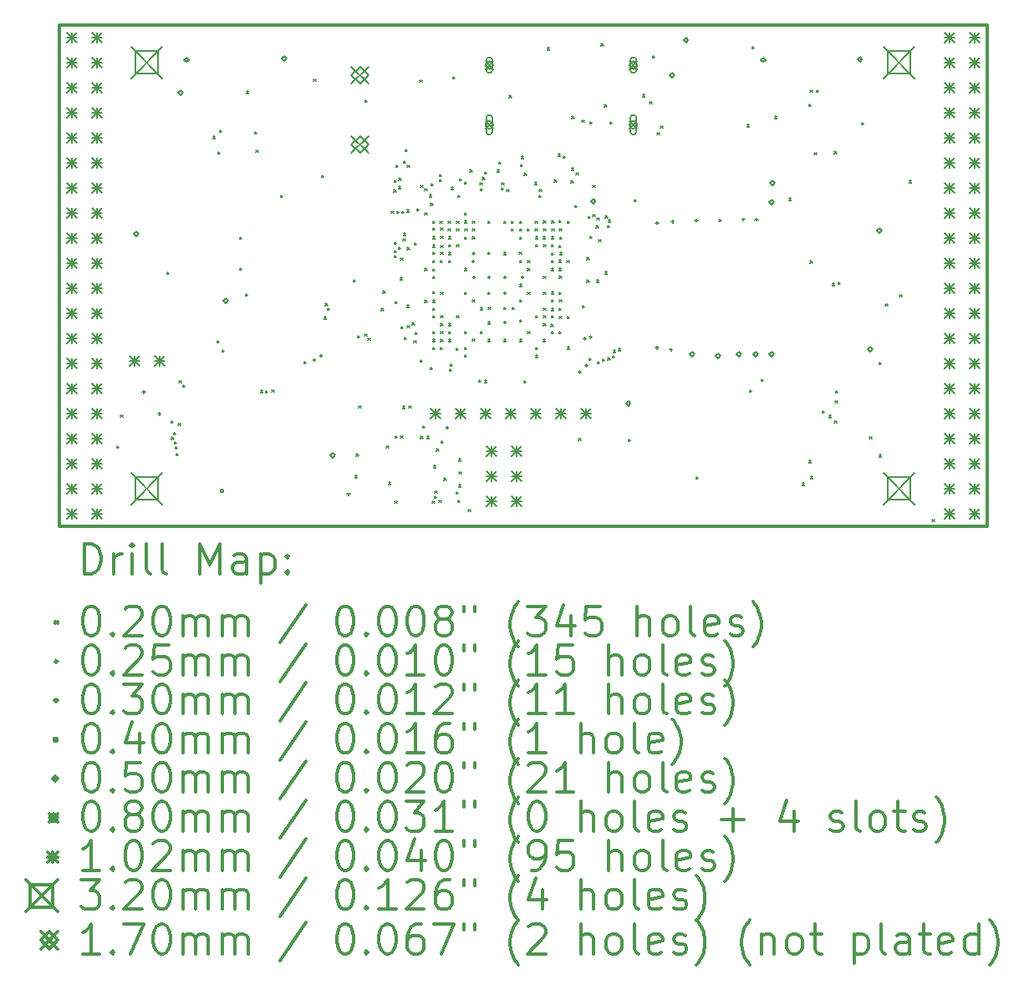
<source format=gbr>
%FSLAX45Y45*%
G04 Gerber Fmt 4.5, Leading zero omitted, Abs format (unit mm)*
G04 Created by KiCad (PCBNEW 4.0.7+dfsg1-1) date Fri Nov 17 22:58:41 2017*
%MOMM*%
%LPD*%
G01*
G04 APERTURE LIST*
%ADD10C,0.127000*%
%ADD11C,0.300000*%
%ADD12C,0.200000*%
G04 APERTURE END LIST*
D10*
D11*
X9410000Y-6142000D02*
X9410000Y-11222000D01*
X18808000Y-6142000D02*
X9410000Y-6142000D01*
X18808000Y-11222000D02*
X18808000Y-6142000D01*
X9410000Y-11222000D02*
X18808000Y-11222000D01*
D12*
X9998000Y-10410000D02*
X10018000Y-10430000D01*
X10018000Y-10410000D02*
X9998000Y-10430000D01*
X10035000Y-10094400D02*
X10055000Y-10114400D01*
X10055000Y-10094400D02*
X10035000Y-10114400D01*
X10506027Y-8651083D02*
X10526027Y-8671083D01*
X10526027Y-8651083D02*
X10506027Y-8671083D01*
X10547276Y-10156132D02*
X10567276Y-10176132D01*
X10567276Y-10156132D02*
X10547276Y-10176132D01*
X10552725Y-10321224D02*
X10572725Y-10341224D01*
X10572725Y-10321224D02*
X10552725Y-10341224D01*
X10571376Y-10271934D02*
X10591376Y-10291934D01*
X10591376Y-10271934D02*
X10571376Y-10291934D01*
X10579560Y-10366582D02*
X10599560Y-10386582D01*
X10599560Y-10366582D02*
X10579560Y-10386582D01*
X10589272Y-10418380D02*
X10609272Y-10438380D01*
X10609272Y-10418380D02*
X10589272Y-10438380D01*
X10598875Y-10487404D02*
X10618875Y-10507404D01*
X10618875Y-10487404D02*
X10598875Y-10507404D01*
X10618105Y-10179347D02*
X10638105Y-10199347D01*
X10638105Y-10179347D02*
X10618105Y-10199347D01*
X10626851Y-9751340D02*
X10646851Y-9771340D01*
X10646851Y-9751340D02*
X10626851Y-9771340D01*
X10664117Y-9793541D02*
X10684117Y-9813541D01*
X10684117Y-9793541D02*
X10664117Y-9813541D01*
X10972800Y-7273000D02*
X10992800Y-7293000D01*
X10992800Y-7273000D02*
X10972800Y-7293000D01*
X11014904Y-9343377D02*
X11034904Y-9363377D01*
X11034904Y-9343377D02*
X11014904Y-9363377D01*
X11021352Y-7428070D02*
X11041352Y-7448070D01*
X11041352Y-7428070D02*
X11021352Y-7448070D01*
X11038300Y-7211500D02*
X11058300Y-7231500D01*
X11058300Y-7211500D02*
X11038300Y-7231500D01*
X11061873Y-9435178D02*
X11081873Y-9455178D01*
X11081873Y-9435178D02*
X11061873Y-9455178D01*
X11241500Y-8291000D02*
X11261500Y-8311000D01*
X11261500Y-8291000D02*
X11241500Y-8311000D01*
X11241500Y-8608500D02*
X11261500Y-8628500D01*
X11261500Y-8608500D02*
X11241500Y-8628500D01*
X11298000Y-8870000D02*
X11318000Y-8890000D01*
X11318000Y-8870000D02*
X11298000Y-8890000D01*
X11311224Y-6814440D02*
X11331224Y-6834440D01*
X11331224Y-6814440D02*
X11311224Y-6834440D01*
X11393900Y-7224200D02*
X11413900Y-7244200D01*
X11413900Y-7224200D02*
X11393900Y-7244200D01*
X11406600Y-7414700D02*
X11426600Y-7434700D01*
X11426600Y-7414700D02*
X11406600Y-7434700D01*
X11450432Y-9847368D02*
X11470432Y-9867368D01*
X11470432Y-9847368D02*
X11450432Y-9867368D01*
X11504932Y-9852549D02*
X11524932Y-9872549D01*
X11524932Y-9852549D02*
X11504932Y-9872549D01*
X11565982Y-9840204D02*
X11585982Y-9860204D01*
X11585982Y-9840204D02*
X11565982Y-9860204D01*
X11655434Y-7867799D02*
X11675434Y-7887799D01*
X11675434Y-7867799D02*
X11655434Y-7887799D01*
X11890851Y-9556294D02*
X11910851Y-9576294D01*
X11910851Y-9556294D02*
X11890851Y-9576294D01*
X11990800Y-6690800D02*
X12010800Y-6710800D01*
X12010800Y-6690800D02*
X11990800Y-6710800D01*
X12073455Y-7667909D02*
X12093455Y-7687909D01*
X12093455Y-7667909D02*
X12073455Y-7687909D01*
X12094120Y-9102507D02*
X12114120Y-9122507D01*
X12114120Y-9102507D02*
X12094120Y-9122507D01*
X12110622Y-8966255D02*
X12130622Y-8986255D01*
X12130622Y-8966255D02*
X12110622Y-8986255D01*
X12130195Y-9015187D02*
X12150195Y-9035187D01*
X12150195Y-9015187D02*
X12130195Y-9035187D01*
X12392771Y-8724771D02*
X12412771Y-8744771D01*
X12412771Y-8724771D02*
X12392771Y-8744771D01*
X12392771Y-8724771D02*
X12412771Y-8744771D01*
X12412771Y-8724771D02*
X12392771Y-8744771D01*
X12410242Y-10710764D02*
X12430242Y-10730764D01*
X12430242Y-10710764D02*
X12410242Y-10730764D01*
X12422957Y-10489495D02*
X12442957Y-10509495D01*
X12442957Y-10489495D02*
X12422957Y-10509495D01*
X12435300Y-9294300D02*
X12455300Y-9314300D01*
X12455300Y-9294300D02*
X12435300Y-9314300D01*
X12448000Y-10005500D02*
X12468000Y-10025500D01*
X12468000Y-10005500D02*
X12448000Y-10025500D01*
X12506739Y-9274152D02*
X12526739Y-9294152D01*
X12526739Y-9274152D02*
X12506739Y-9294152D01*
X12509354Y-6905685D02*
X12529354Y-6925685D01*
X12529354Y-6905685D02*
X12509354Y-6925685D01*
X12539954Y-9315068D02*
X12559954Y-9335068D01*
X12559954Y-9315068D02*
X12539954Y-9335068D01*
X12678001Y-9017611D02*
X12698001Y-9037611D01*
X12698001Y-9017611D02*
X12678001Y-9037611D01*
X12694005Y-8838107D02*
X12714005Y-8858107D01*
X12714005Y-8838107D02*
X12694005Y-8858107D01*
X12728568Y-10410367D02*
X12748568Y-10430367D01*
X12748568Y-10410367D02*
X12728568Y-10430367D01*
X12748660Y-10777504D02*
X12768660Y-10797504D01*
X12768660Y-10777504D02*
X12748660Y-10797504D01*
X12778962Y-8030743D02*
X12798962Y-8050743D01*
X12798962Y-8030743D02*
X12778962Y-8050743D01*
X12802557Y-7813365D02*
X12822557Y-7833365D01*
X12822557Y-7813365D02*
X12802557Y-7833365D01*
X12805201Y-7715784D02*
X12825201Y-7735784D01*
X12825201Y-7715784D02*
X12805201Y-7735784D01*
X12806546Y-8342876D02*
X12826546Y-8362876D01*
X12826546Y-8342876D02*
X12806546Y-8362876D01*
X12808331Y-8428074D02*
X12828331Y-8448074D01*
X12828331Y-8428074D02*
X12808331Y-8448074D01*
X12810326Y-8480738D02*
X12830326Y-8500738D01*
X12830326Y-8480738D02*
X12810326Y-8500738D01*
X12811634Y-10966034D02*
X12831634Y-10986034D01*
X12831634Y-10966034D02*
X12811634Y-10986034D01*
X12815144Y-8946421D02*
X12835144Y-8966421D01*
X12835144Y-8946421D02*
X12815144Y-8966421D01*
X12818000Y-10310000D02*
X12838000Y-10330000D01*
X12838000Y-10310000D02*
X12818000Y-10330000D01*
X12823318Y-7566981D02*
X12843318Y-7586981D01*
X12843318Y-7566981D02*
X12823318Y-7586981D01*
X12831658Y-8029985D02*
X12851658Y-8049985D01*
X12851658Y-8029985D02*
X12831658Y-8049985D01*
X12849054Y-7779404D02*
X12869054Y-7799404D01*
X12869054Y-7779404D02*
X12849054Y-7799404D01*
X12851077Y-8397249D02*
X12871077Y-8417249D01*
X12871077Y-8397249D02*
X12851077Y-8417249D01*
X12854493Y-7695003D02*
X12874493Y-7715003D01*
X12874493Y-7695003D02*
X12854493Y-7715003D01*
X12867665Y-8703514D02*
X12887665Y-8723514D01*
X12887665Y-8703514D02*
X12867665Y-8723514D01*
X12870682Y-10308590D02*
X12890682Y-10328590D01*
X12890682Y-10308590D02*
X12870682Y-10328590D01*
X12872311Y-8505356D02*
X12892311Y-8525356D01*
X12892311Y-8505356D02*
X12872311Y-8525356D01*
X12877965Y-9201104D02*
X12897965Y-9221104D01*
X12897965Y-9201104D02*
X12877965Y-9221104D01*
X12884359Y-8029973D02*
X12904359Y-8049973D01*
X12904359Y-8029973D02*
X12884359Y-8049973D01*
X12890520Y-10007480D02*
X12910520Y-10027480D01*
X12910520Y-10007480D02*
X12890520Y-10027480D01*
X12895438Y-8307924D02*
X12915438Y-8327924D01*
X12915438Y-8307924D02*
X12895438Y-8327924D01*
X12900909Y-8255507D02*
X12920909Y-8275507D01*
X12920909Y-8255507D02*
X12900909Y-8275507D01*
X12902508Y-7521580D02*
X12922508Y-7541580D01*
X12922508Y-7521580D02*
X12902508Y-7541580D01*
X12909665Y-9310913D02*
X12929665Y-9330913D01*
X12929665Y-9310913D02*
X12909665Y-9330913D01*
X12915222Y-7404246D02*
X12935222Y-7424246D01*
X12935222Y-7404246D02*
X12915222Y-7424246D01*
X12934924Y-8982695D02*
X12954924Y-9002695D01*
X12954924Y-8982695D02*
X12934924Y-9002695D01*
X12935799Y-8018511D02*
X12955799Y-8038511D01*
X12955799Y-8018511D02*
X12935799Y-8038511D01*
X12937785Y-9190082D02*
X12957785Y-9210082D01*
X12957785Y-9190082D02*
X12937785Y-9210082D01*
X12938767Y-8397993D02*
X12958767Y-8417993D01*
X12958767Y-8397993D02*
X12938767Y-8417993D01*
X12939334Y-7563781D02*
X12959334Y-7583781D01*
X12959334Y-7563781D02*
X12939334Y-7583781D01*
X12956000Y-10005500D02*
X12976000Y-10025500D01*
X12976000Y-10005500D02*
X12956000Y-10025500D01*
X12988816Y-9162200D02*
X13008816Y-9182200D01*
X13008816Y-9162200D02*
X12988816Y-9182200D01*
X13007140Y-9344434D02*
X13027140Y-9364434D01*
X13027140Y-9344434D02*
X13007140Y-9364434D01*
X13010463Y-8349948D02*
X13030463Y-8369948D01*
X13030463Y-8349948D02*
X13010463Y-8369948D01*
X13020226Y-9260033D02*
X13040226Y-9280033D01*
X13040226Y-9260033D02*
X13020226Y-9280033D01*
X13038990Y-8006723D02*
X13058990Y-8026723D01*
X13058990Y-8006723D02*
X13038990Y-8026723D01*
X13066199Y-6701962D02*
X13086199Y-6721962D01*
X13086199Y-6701962D02*
X13066199Y-6721962D01*
X13070707Y-9535414D02*
X13090707Y-9555414D01*
X13090707Y-9535414D02*
X13070707Y-9555414D01*
X13073949Y-10310829D02*
X13093949Y-10330829D01*
X13093949Y-10310829D02*
X13073949Y-10330829D01*
X13075683Y-7768682D02*
X13095683Y-7788682D01*
X13095683Y-7768682D02*
X13075683Y-7788682D01*
X13093907Y-10208700D02*
X13113907Y-10228700D01*
X13113907Y-10208700D02*
X13093907Y-10228700D01*
X13115313Y-7803422D02*
X13135313Y-7823422D01*
X13135313Y-7803422D02*
X13115313Y-7823422D01*
X13117530Y-8049575D02*
X13137530Y-8069575D01*
X13137530Y-8049575D02*
X13117530Y-8069575D01*
X13117831Y-8611310D02*
X13137831Y-8631310D01*
X13137831Y-8611310D02*
X13117831Y-8631310D01*
X13117950Y-8930733D02*
X13137950Y-8950733D01*
X13137950Y-8930733D02*
X13117950Y-8950733D01*
X13135385Y-10310829D02*
X13155385Y-10330829D01*
X13155385Y-10310829D02*
X13135385Y-10330829D01*
X13160933Y-7864587D02*
X13180933Y-7884587D01*
X13180933Y-7864587D02*
X13160933Y-7884587D01*
X13170890Y-9612737D02*
X13190890Y-9632737D01*
X13190890Y-9612737D02*
X13170890Y-9632737D01*
X13174731Y-7948989D02*
X13194731Y-7968989D01*
X13194731Y-7948989D02*
X13174731Y-7968989D01*
X13182329Y-7748485D02*
X13202329Y-7768485D01*
X13202329Y-7748485D02*
X13182329Y-7768485D01*
X13192441Y-10966678D02*
X13212441Y-10986678D01*
X13212441Y-10966678D02*
X13192441Y-10986678D01*
X13196210Y-8443398D02*
X13216210Y-8463398D01*
X13216210Y-8443398D02*
X13196210Y-8463398D01*
X13197298Y-8527799D02*
X13217298Y-8547799D01*
X13217298Y-8527799D02*
X13197298Y-8547799D01*
X13197562Y-8931064D02*
X13217562Y-8951064D01*
X13217562Y-8931064D02*
X13197562Y-8951064D01*
X13197765Y-9087799D02*
X13217765Y-9107799D01*
X13217765Y-9087799D02*
X13197765Y-9107799D01*
X13197902Y-8288404D02*
X13217902Y-8308404D01*
X13217902Y-8288404D02*
X13197902Y-8308404D01*
X13198000Y-8130000D02*
X13218000Y-8150000D01*
X13218000Y-8130000D02*
X13198000Y-8150000D01*
X13198000Y-8690000D02*
X13218000Y-8710000D01*
X13218000Y-8690000D02*
X13198000Y-8710000D01*
X13198000Y-9250000D02*
X13218000Y-9270000D01*
X13218000Y-9250000D02*
X13198000Y-9270000D01*
X13198000Y-9330000D02*
X13218000Y-9350000D01*
X13218000Y-9330000D02*
X13198000Y-9350000D01*
X13198000Y-9410000D02*
X13218000Y-9430000D01*
X13218000Y-9410000D02*
X13198000Y-9430000D01*
X13198001Y-8200333D02*
X13218001Y-8220333D01*
X13218001Y-8200333D02*
X13198001Y-8220333D01*
X13198296Y-9011078D02*
X13218296Y-9031078D01*
X13218296Y-9011078D02*
X13198296Y-9031078D01*
X13198303Y-8616041D02*
X13218303Y-8636041D01*
X13218303Y-8616041D02*
X13198303Y-8636041D01*
X13198368Y-8372806D02*
X13218368Y-8392806D01*
X13218368Y-8372806D02*
X13198368Y-8392806D01*
X13198405Y-8845827D02*
X13218405Y-8865827D01*
X13218405Y-8845827D02*
X13198405Y-8865827D01*
X13206286Y-10608587D02*
X13226286Y-10628587D01*
X13226286Y-10608587D02*
X13206286Y-10628587D01*
X13211973Y-10917729D02*
X13231973Y-10937729D01*
X13231973Y-10917729D02*
X13211973Y-10937729D01*
X13218587Y-10865445D02*
X13238587Y-10885445D01*
X13238587Y-10865445D02*
X13218587Y-10885445D01*
X13236800Y-10440341D02*
X13256800Y-10460341D01*
X13256800Y-10440341D02*
X13236800Y-10460341D01*
X13260800Y-10958000D02*
X13280800Y-10978000D01*
X13280800Y-10958000D02*
X13260800Y-10978000D01*
X13263724Y-7657621D02*
X13283724Y-7677621D01*
X13283724Y-7657621D02*
X13263724Y-7677621D01*
X13266117Y-7710267D02*
X13286117Y-7730267D01*
X13286117Y-7710267D02*
X13266117Y-7730267D01*
X13268334Y-8130000D02*
X13288334Y-8150000D01*
X13288334Y-8130000D02*
X13268334Y-8150000D01*
X13273464Y-8527799D02*
X13293464Y-8547799D01*
X13293464Y-8527799D02*
X13273464Y-8547799D01*
X13274623Y-9409707D02*
X13294623Y-9429707D01*
X13294623Y-9409707D02*
X13274623Y-9429707D01*
X13276300Y-8202454D02*
X13296300Y-8222454D01*
X13296300Y-8202454D02*
X13276300Y-8222454D01*
X13277177Y-8443398D02*
X13297177Y-8463398D01*
X13297177Y-8443398D02*
X13277177Y-8463398D01*
X13277261Y-8286855D02*
X13297261Y-8306855D01*
X13297261Y-8286855D02*
X13277261Y-8306855D01*
X13278000Y-8850000D02*
X13298000Y-8870000D01*
X13298000Y-8850000D02*
X13278000Y-8870000D01*
X13278000Y-9090000D02*
X13298000Y-9110000D01*
X13298000Y-9090000D02*
X13278000Y-9110000D01*
X13278000Y-9170000D02*
X13298000Y-9190000D01*
X13298000Y-9170000D02*
X13278000Y-9190000D01*
X13278000Y-9250000D02*
X13298000Y-9270000D01*
X13298000Y-9250000D02*
X13278000Y-9270000D01*
X13278000Y-9330000D02*
X13298000Y-9350000D01*
X13298000Y-9330000D02*
X13278000Y-9350000D01*
X13278089Y-8379783D02*
X13298089Y-8399784D01*
X13298089Y-8379783D02*
X13278089Y-8399784D01*
X13283696Y-10361100D02*
X13303696Y-10381100D01*
X13303696Y-10361100D02*
X13283696Y-10381100D01*
X13311600Y-10736500D02*
X13331600Y-10756500D01*
X13331600Y-10736500D02*
X13311600Y-10756500D01*
X13352736Y-8131468D02*
X13372736Y-8151468D01*
X13372736Y-8131468D02*
X13352736Y-8151468D01*
X13354839Y-8209060D02*
X13374839Y-8229060D01*
X13374839Y-8209060D02*
X13354839Y-8229060D01*
X13357194Y-8449520D02*
X13377194Y-8469520D01*
X13377194Y-8449520D02*
X13357194Y-8469520D01*
X13358000Y-8290000D02*
X13378000Y-8310000D01*
X13378000Y-8290000D02*
X13358000Y-8310000D01*
X13358000Y-8370000D02*
X13378000Y-8390000D01*
X13378000Y-8370000D02*
X13358000Y-8390000D01*
X13358000Y-8530000D02*
X13378000Y-8550000D01*
X13378000Y-8530000D02*
X13358000Y-8550000D01*
X13358000Y-9170000D02*
X13378000Y-9190000D01*
X13378000Y-9170000D02*
X13358000Y-9190000D01*
X13358000Y-9250000D02*
X13378000Y-9270000D01*
X13378000Y-9250000D02*
X13358000Y-9270000D01*
X13358548Y-9330230D02*
X13378548Y-9350230D01*
X13378548Y-9330230D02*
X13358548Y-9350230D01*
X13366285Y-9629515D02*
X13386285Y-9649515D01*
X13386285Y-9629515D02*
X13366285Y-9649515D01*
X13375239Y-9577580D02*
X13395239Y-9597580D01*
X13395239Y-9577580D02*
X13375239Y-9597580D01*
X13384238Y-7788077D02*
X13404238Y-7808077D01*
X13404238Y-7788077D02*
X13384238Y-7808077D01*
X13397916Y-6668615D02*
X13417916Y-6688615D01*
X13417916Y-6668615D02*
X13397916Y-6688615D01*
X13435582Y-9416717D02*
X13455582Y-9436717D01*
X13455582Y-9416717D02*
X13435582Y-9436717D01*
X13436400Y-10874197D02*
X13456400Y-10894197D01*
X13456400Y-10874197D02*
X13436400Y-10894197D01*
X13437137Y-8130675D02*
X13457137Y-8150675D01*
X13457137Y-8130675D02*
X13437137Y-8150675D01*
X13437651Y-8208015D02*
X13457651Y-8228015D01*
X13457651Y-8208015D02*
X13437651Y-8228015D01*
X13438000Y-8370000D02*
X13458000Y-8390000D01*
X13458000Y-8370000D02*
X13438000Y-8390000D01*
X13438000Y-9090000D02*
X13458000Y-9110000D01*
X13458000Y-9090000D02*
X13438000Y-9110000D01*
X13451300Y-7871900D02*
X13471300Y-7891900D01*
X13471300Y-7871900D02*
X13451300Y-7891900D01*
X13453687Y-10961995D02*
X13473687Y-10981995D01*
X13473687Y-10961995D02*
X13453687Y-10981995D01*
X13457587Y-10803159D02*
X13477587Y-10823159D01*
X13477587Y-10803159D02*
X13457587Y-10823159D01*
X13460735Y-10540845D02*
X13480735Y-10560845D01*
X13480735Y-10540845D02*
X13460735Y-10560845D01*
X13465065Y-10671051D02*
X13485065Y-10691051D01*
X13485065Y-10671051D02*
X13465065Y-10691051D01*
X13465805Y-7703014D02*
X13485805Y-7723014D01*
X13485805Y-7703014D02*
X13465805Y-7723014D01*
X13517331Y-8851860D02*
X13537331Y-8871860D01*
X13537331Y-8851860D02*
X13517331Y-8871860D01*
X13518000Y-8292201D02*
X13538000Y-8312201D01*
X13538000Y-8292201D02*
X13518000Y-8312201D01*
X13518000Y-8610000D02*
X13538000Y-8630000D01*
X13538000Y-8610000D02*
X13518000Y-8630000D01*
X13518000Y-9250000D02*
X13538000Y-9270000D01*
X13538000Y-9250000D02*
X13518000Y-9270000D01*
X13518006Y-7736330D02*
X13538006Y-7756330D01*
X13538006Y-7736330D02*
X13518006Y-7756330D01*
X13518128Y-8048312D02*
X13538128Y-8068312D01*
X13538128Y-8048312D02*
X13518128Y-8068312D01*
X13518463Y-9488530D02*
X13538463Y-9508530D01*
X13538463Y-9488530D02*
X13518463Y-9508530D01*
X13518862Y-9412562D02*
X13538862Y-9432562D01*
X13538862Y-9412562D02*
X13518862Y-9432562D01*
X13521538Y-8129192D02*
X13541538Y-8149192D01*
X13541538Y-8129192D02*
X13521538Y-8149192D01*
X13522052Y-8209644D02*
X13542052Y-8229644D01*
X13542052Y-8209644D02*
X13522052Y-8229644D01*
X13555656Y-11051071D02*
X13575656Y-11071071D01*
X13575656Y-11051071D02*
X13555656Y-11071071D01*
X13573070Y-7610061D02*
X13593070Y-7630061D01*
X13593070Y-7610061D02*
X13573070Y-7630061D01*
X13598000Y-8210000D02*
X13618000Y-8230000D01*
X13618000Y-8210000D02*
X13598000Y-8230000D01*
X13598000Y-8290000D02*
X13618000Y-8310000D01*
X13618000Y-8290000D02*
X13598000Y-8310000D01*
X13598517Y-8929483D02*
X13618517Y-8949483D01*
X13618517Y-8929483D02*
X13598517Y-8949483D01*
X13599596Y-9326965D02*
X13619596Y-9346965D01*
X13619596Y-9326965D02*
X13599596Y-9346965D01*
X13599639Y-8129507D02*
X13619639Y-8149507D01*
X13619639Y-8129507D02*
X13599639Y-8149507D01*
X13664090Y-9741450D02*
X13684090Y-9761450D01*
X13684090Y-9741450D02*
X13664090Y-9761450D01*
X13675954Y-7745082D02*
X13695954Y-7765082D01*
X13695954Y-7745082D02*
X13675954Y-7765082D01*
X13678000Y-9250000D02*
X13698000Y-9270000D01*
X13698000Y-9250000D02*
X13678000Y-9270000D01*
X13678517Y-9009483D02*
X13698517Y-9029483D01*
X13698517Y-9009483D02*
X13678517Y-9029483D01*
X13682206Y-7799789D02*
X13702206Y-7819789D01*
X13702206Y-7799789D02*
X13682206Y-7819789D01*
X13700695Y-7687992D02*
X13720695Y-7707992D01*
X13720695Y-7687992D02*
X13700695Y-7707992D01*
X13719559Y-9743802D02*
X13739559Y-9763802D01*
X13739559Y-9743802D02*
X13719559Y-9763802D01*
X13720873Y-7631502D02*
X13740873Y-7651502D01*
X13740873Y-7631502D02*
X13720873Y-7651502D01*
X13755905Y-9153803D02*
X13775905Y-9173803D01*
X13775905Y-9153803D02*
X13755905Y-9173803D01*
X13758000Y-8130000D02*
X13778000Y-8150000D01*
X13778000Y-8130000D02*
X13758000Y-8150000D01*
X13758000Y-8850000D02*
X13778000Y-8870000D01*
X13778000Y-8850000D02*
X13758000Y-8870000D01*
X13758000Y-9330000D02*
X13778000Y-9350000D01*
X13778000Y-9330000D02*
X13758000Y-9350000D01*
X13758056Y-8443409D02*
X13778056Y-8463409D01*
X13778056Y-8443409D02*
X13758056Y-8463409D01*
X13758900Y-9002299D02*
X13778900Y-9022299D01*
X13778900Y-9002299D02*
X13758900Y-9022299D01*
X13848000Y-7610000D02*
X13868000Y-7630000D01*
X13868000Y-7610000D02*
X13848000Y-7630000D01*
X13867920Y-7530076D02*
X13887920Y-7550076D01*
X13887920Y-7530076D02*
X13867920Y-7550076D01*
X13893411Y-7794095D02*
X13913411Y-7814095D01*
X13913411Y-7794095D02*
X13893411Y-7814095D01*
X13894675Y-7741409D02*
X13914675Y-7761409D01*
X13914675Y-7741409D02*
X13894675Y-7761409D01*
X13917252Y-8451135D02*
X13937252Y-8471135D01*
X13937252Y-8451135D02*
X13917252Y-8471135D01*
X13918000Y-8130000D02*
X13938000Y-8150000D01*
X13938000Y-8130000D02*
X13918000Y-8150000D01*
X13918000Y-9002299D02*
X13938000Y-9022299D01*
X13938000Y-9002299D02*
X13918000Y-9022299D01*
X13918000Y-9330000D02*
X13938000Y-9350000D01*
X13938000Y-9330000D02*
X13918000Y-9350000D01*
X13947862Y-7810586D02*
X13967862Y-7830586D01*
X13967862Y-7810586D02*
X13947862Y-7830586D01*
X13972000Y-6856567D02*
X13992000Y-6876567D01*
X13992000Y-6856567D02*
X13972000Y-6876567D01*
X13993095Y-8210000D02*
X14013095Y-8230000D01*
X14013095Y-8210000D02*
X13993095Y-8230000D01*
X13993599Y-8130000D02*
X14013599Y-8150000D01*
X14013599Y-8130000D02*
X13993599Y-8150000D01*
X13999489Y-9002299D02*
X14019489Y-9022299D01*
X14019489Y-9002299D02*
X13999489Y-9022299D01*
X14073600Y-8443400D02*
X14093600Y-8463400D01*
X14093600Y-8443400D02*
X14073600Y-8463400D01*
X14076403Y-8294140D02*
X14096403Y-8314140D01*
X14096403Y-8294140D02*
X14076403Y-8314140D01*
X14077419Y-9133335D02*
X14097419Y-9153335D01*
X14097419Y-9133335D02*
X14077419Y-9153335D01*
X14077497Y-8207716D02*
X14097497Y-8227716D01*
X14097497Y-8207716D02*
X14077497Y-8227716D01*
X14078000Y-8130000D02*
X14098000Y-8150000D01*
X14098000Y-8130000D02*
X14078000Y-8150000D01*
X14078000Y-8530000D02*
X14098000Y-8550000D01*
X14098000Y-8530000D02*
X14078000Y-8550000D01*
X14078000Y-8770000D02*
X14098000Y-8790000D01*
X14098000Y-8770000D02*
X14078000Y-8790000D01*
X14078000Y-8930000D02*
X14098000Y-8950000D01*
X14098000Y-8930000D02*
X14078000Y-8950000D01*
X14078000Y-9330000D02*
X14098000Y-9350000D01*
X14098000Y-9330000D02*
X14078000Y-9350000D01*
X14088006Y-7558194D02*
X14108006Y-7578194D01*
X14108006Y-7558194D02*
X14088006Y-7578194D01*
X14094664Y-7477380D02*
X14114664Y-7497380D01*
X14114664Y-7477380D02*
X14094664Y-7497380D01*
X14118000Y-9750000D02*
X14138000Y-9770000D01*
X14138000Y-9750000D02*
X14118000Y-9770000D01*
X14124297Y-7645500D02*
X14144297Y-7665500D01*
X14144297Y-7645500D02*
X14124297Y-7665500D01*
X14156269Y-8210778D02*
X14176269Y-8230778D01*
X14176269Y-8210778D02*
X14156269Y-8230778D01*
X14158000Y-8530000D02*
X14178000Y-8550000D01*
X14178000Y-8530000D02*
X14158000Y-8550000D01*
X14158000Y-8610000D02*
X14178000Y-8630000D01*
X14178000Y-8610000D02*
X14158000Y-8630000D01*
X14158000Y-8850000D02*
X14178000Y-8870000D01*
X14178000Y-8850000D02*
X14158000Y-8870000D01*
X14158000Y-9250000D02*
X14178000Y-9270000D01*
X14178000Y-9250000D02*
X14158000Y-9270000D01*
X14227745Y-7739745D02*
X14247745Y-7759745D01*
X14247745Y-7739745D02*
X14227745Y-7759745D01*
X14233746Y-8208147D02*
X14253746Y-8228147D01*
X14253746Y-8208147D02*
X14233746Y-8228147D01*
X14235691Y-8130580D02*
X14255691Y-8150580D01*
X14255691Y-8130580D02*
X14235691Y-8150580D01*
X14237355Y-8289891D02*
X14257355Y-8309891D01*
X14257355Y-8289891D02*
X14237355Y-8309891D01*
X14238000Y-8370000D02*
X14258000Y-8390000D01*
X14258000Y-8370000D02*
X14238000Y-8390000D01*
X14238000Y-9090000D02*
X14258000Y-9110000D01*
X14258000Y-9090000D02*
X14238000Y-9110000D01*
X14238000Y-9410000D02*
X14258000Y-9430000D01*
X14258000Y-9410000D02*
X14238000Y-9430000D01*
X14238000Y-9490000D02*
X14258000Y-9510000D01*
X14258000Y-9490000D02*
X14238000Y-9510000D01*
X14274121Y-7868425D02*
X14294121Y-7888425D01*
X14294121Y-7868425D02*
X14274121Y-7888425D01*
X14276427Y-7811737D02*
X14296427Y-7831737D01*
X14296427Y-7811737D02*
X14276427Y-7831737D01*
X14315799Y-8290000D02*
X14335799Y-8310000D01*
X14335799Y-8290000D02*
X14315799Y-8310000D01*
X14316969Y-9331491D02*
X14336969Y-9351491D01*
X14336969Y-9331491D02*
X14316969Y-9351491D01*
X14317803Y-8849503D02*
X14337803Y-8869503D01*
X14337803Y-8849503D02*
X14317803Y-8869503D01*
X14318000Y-8370000D02*
X14338000Y-8390000D01*
X14338000Y-8370000D02*
X14318000Y-8390000D01*
X14318000Y-8690000D02*
X14338000Y-8710000D01*
X14338000Y-8690000D02*
X14318000Y-8710000D01*
X14318000Y-9090000D02*
X14338000Y-9110000D01*
X14338000Y-9090000D02*
X14318000Y-9110000D01*
X14318000Y-9170000D02*
X14338000Y-9190000D01*
X14338000Y-9170000D02*
X14318000Y-9190000D01*
X14318147Y-8210607D02*
X14338147Y-8230607D01*
X14338147Y-8210607D02*
X14318147Y-8230607D01*
X14318182Y-9010195D02*
X14338182Y-9030195D01*
X14338182Y-9010195D02*
X14318182Y-9030195D01*
X14320092Y-8127729D02*
X14340092Y-8147729D01*
X14340092Y-8127729D02*
X14320092Y-8147729D01*
X14355067Y-6376252D02*
X14375067Y-6396252D01*
X14375067Y-6376252D02*
X14355067Y-6396252D01*
X14396483Y-9177765D02*
X14416483Y-9197765D01*
X14416483Y-9177765D02*
X14396483Y-9197765D01*
X14397624Y-8929530D02*
X14417624Y-8949530D01*
X14417624Y-8929530D02*
X14397624Y-8949530D01*
X14397701Y-9016697D02*
X14417701Y-9036697D01*
X14417701Y-9016697D02*
X14397701Y-9036697D01*
X14398000Y-8610000D02*
X14418000Y-8630000D01*
X14418000Y-8610000D02*
X14398000Y-8630000D01*
X14398000Y-9090000D02*
X14418000Y-9110000D01*
X14418000Y-9090000D02*
X14398000Y-9110000D01*
X14398283Y-8848451D02*
X14418283Y-8868451D01*
X14418283Y-8848451D02*
X14398283Y-8868451D01*
X14400201Y-8290000D02*
X14420201Y-8310000D01*
X14420201Y-8290000D02*
X14400201Y-8310000D01*
X14400201Y-8529722D02*
X14420201Y-8549722D01*
X14420201Y-8529722D02*
X14400201Y-8549722D01*
X14400319Y-8367799D02*
X14420319Y-8387799D01*
X14420319Y-8367799D02*
X14400319Y-8387799D01*
X14400319Y-8452201D02*
X14420319Y-8472201D01*
X14420319Y-8452201D02*
X14400319Y-8472201D01*
X14401325Y-9248876D02*
X14421325Y-9268876D01*
X14421325Y-9248876D02*
X14401325Y-9268876D01*
X14402549Y-8208647D02*
X14422549Y-8228647D01*
X14422549Y-8208647D02*
X14402549Y-8228647D01*
X14404493Y-8128708D02*
X14424493Y-8148708D01*
X14424493Y-8128708D02*
X14404493Y-8148708D01*
X14429487Y-7711993D02*
X14449487Y-7731993D01*
X14449487Y-7711993D02*
X14429487Y-7731993D01*
X14468000Y-7449038D02*
X14488000Y-7469038D01*
X14488000Y-7449038D02*
X14468000Y-7469038D01*
X14476724Y-9012976D02*
X14496724Y-9032976D01*
X14496724Y-9012976D02*
X14476724Y-9032976D01*
X14476810Y-8527135D02*
X14496810Y-8547135D01*
X14496810Y-8527135D02*
X14476810Y-8547135D01*
X14477394Y-8376040D02*
X14497394Y-8396040D01*
X14497394Y-8376040D02*
X14477394Y-8396040D01*
X14477515Y-8611890D02*
X14497515Y-8631890D01*
X14497515Y-8611890D02*
X14477515Y-8631890D01*
X14477654Y-8122836D02*
X14497654Y-8142836D01*
X14497654Y-8122836D02*
X14477654Y-8142836D01*
X14477765Y-8852201D02*
X14497765Y-8872201D01*
X14497765Y-8852201D02*
X14477765Y-8872201D01*
X14478235Y-9247799D02*
X14498235Y-9267799D01*
X14498235Y-9247799D02*
X14478235Y-9267799D01*
X14478812Y-8207237D02*
X14498812Y-8227237D01*
X14498812Y-8207237D02*
X14478812Y-8227237D01*
X14479163Y-9097377D02*
X14499163Y-9117377D01*
X14499163Y-9097377D02*
X14479163Y-9117377D01*
X14479260Y-8928574D02*
X14499260Y-8948574D01*
X14499260Y-8928574D02*
X14479260Y-8948574D01*
X14479432Y-8687756D02*
X14499432Y-8707756D01*
X14499432Y-8687756D02*
X14479432Y-8707756D01*
X14481566Y-8449874D02*
X14501566Y-8469874D01*
X14501566Y-8449874D02*
X14481566Y-8469874D01*
X14481689Y-8291638D02*
X14501689Y-8311638D01*
X14501689Y-8291638D02*
X14481689Y-8311638D01*
X14515569Y-7471722D02*
X14535569Y-7491722D01*
X14535569Y-7471722D02*
X14515569Y-7491722D01*
X14557281Y-8529606D02*
X14577281Y-8549606D01*
X14577281Y-8529606D02*
X14557281Y-8549606D01*
X14558000Y-8130000D02*
X14578000Y-8150000D01*
X14578000Y-8130000D02*
X14558000Y-8150000D01*
X14558000Y-9407799D02*
X14578000Y-9427799D01*
X14578000Y-9407799D02*
X14558000Y-9427799D01*
X14559846Y-9097377D02*
X14579846Y-9117377D01*
X14579846Y-9097377D02*
X14559846Y-9117377D01*
X14598908Y-7720057D02*
X14618908Y-7740057D01*
X14618908Y-7720057D02*
X14598908Y-7740057D01*
X14603080Y-7596013D02*
X14623080Y-7616013D01*
X14623080Y-7596013D02*
X14603080Y-7616013D01*
X14608000Y-7070000D02*
X14628000Y-7090000D01*
X14628000Y-7070000D02*
X14608000Y-7090000D01*
X14638141Y-7971938D02*
X14658141Y-7991938D01*
X14658141Y-7971938D02*
X14638141Y-7991938D01*
X14647773Y-7640082D02*
X14667773Y-7660082D01*
X14667773Y-7640082D02*
X14647773Y-7660082D01*
X14674429Y-10335274D02*
X14694429Y-10355274D01*
X14694429Y-10335274D02*
X14674429Y-10355274D01*
X14708600Y-7110000D02*
X14728600Y-7130000D01*
X14728600Y-7110000D02*
X14708600Y-7130000D01*
X14710765Y-8987304D02*
X14730765Y-9007304D01*
X14730765Y-8987304D02*
X14710765Y-9007304D01*
X14758752Y-8499333D02*
X14778752Y-8519333D01*
X14778752Y-8499333D02*
X14758752Y-8519333D01*
X14759554Y-8727799D02*
X14779554Y-8747799D01*
X14779554Y-8727799D02*
X14759554Y-8747799D01*
X14770223Y-8081781D02*
X14790223Y-8101781D01*
X14790223Y-8081781D02*
X14770223Y-8101781D01*
X14782793Y-9522924D02*
X14802793Y-9542924D01*
X14802793Y-9522924D02*
X14782793Y-9542924D01*
X14788315Y-7124708D02*
X14808315Y-7144708D01*
X14808315Y-7124708D02*
X14788315Y-7144708D01*
X14790137Y-8285878D02*
X14810137Y-8305878D01*
X14810137Y-8285878D02*
X14790137Y-8305878D01*
X14817193Y-7767799D02*
X14837193Y-7787799D01*
X14837193Y-7767799D02*
X14817193Y-7787799D01*
X14819827Y-8063981D02*
X14839827Y-8083981D01*
X14839827Y-8063981D02*
X14819827Y-8083981D01*
X14851067Y-8180003D02*
X14871067Y-8200003D01*
X14871067Y-8180003D02*
X14851067Y-8200003D01*
X14858860Y-8727808D02*
X14878860Y-8747808D01*
X14878860Y-8727808D02*
X14858860Y-8747808D01*
X14861989Y-8095601D02*
X14881989Y-8115601D01*
X14881989Y-8095601D02*
X14861989Y-8115601D01*
X14864798Y-9556963D02*
X14884798Y-9576963D01*
X14884798Y-9556963D02*
X14864798Y-9576963D01*
X14877872Y-8316103D02*
X14897872Y-8336103D01*
X14897872Y-8316103D02*
X14877872Y-8336103D01*
X14903412Y-6332405D02*
X14923412Y-6352405D01*
X14923412Y-6332405D02*
X14903412Y-6352405D01*
X14918439Y-9527799D02*
X14938439Y-9547799D01*
X14938439Y-9527799D02*
X14918439Y-9547799D01*
X14937595Y-6951968D02*
X14957595Y-6971968D01*
X14957595Y-6951968D02*
X14937595Y-6971968D01*
X14942082Y-8643412D02*
X14962082Y-8663412D01*
X14962082Y-8643412D02*
X14942082Y-8663412D01*
X14944975Y-8076843D02*
X14964975Y-8096843D01*
X14964975Y-8076843D02*
X14944975Y-8096843D01*
X14967169Y-8172566D02*
X14987169Y-8192566D01*
X14987169Y-8172566D02*
X14967169Y-8192566D01*
X14969589Y-9515108D02*
X14989589Y-9535108D01*
X14989589Y-9515108D02*
X14969589Y-9535108D01*
X14974647Y-8120398D02*
X14994647Y-8140398D01*
X14994647Y-8120398D02*
X14974647Y-8140398D01*
X14993085Y-7123185D02*
X15013085Y-7143185D01*
X15013085Y-7123185D02*
X14993085Y-7143185D01*
X15017890Y-9494025D02*
X15037890Y-9514025D01*
X15037890Y-9494025D02*
X15017890Y-9514025D01*
X15024597Y-9441753D02*
X15044597Y-9461753D01*
X15044597Y-9441753D02*
X15024597Y-9461753D01*
X15078921Y-9423257D02*
X15098921Y-9443257D01*
X15098921Y-9423257D02*
X15078921Y-9443257D01*
X15179638Y-10341072D02*
X15199638Y-10361072D01*
X15199638Y-10341072D02*
X15179638Y-10361072D01*
X15239707Y-7909347D02*
X15259707Y-7929347D01*
X15259707Y-7909347D02*
X15239707Y-7929347D01*
X15319711Y-6850829D02*
X15339711Y-6870829D01*
X15339711Y-6850829D02*
X15319711Y-6870829D01*
X15395230Y-6920230D02*
X15415230Y-6940230D01*
X15415230Y-6920230D02*
X15395230Y-6940230D01*
X15422933Y-6454377D02*
X15442933Y-6474377D01*
X15442933Y-6454377D02*
X15422933Y-6474377D01*
X15469400Y-7232600D02*
X15489400Y-7252600D01*
X15489400Y-7232600D02*
X15469400Y-7252600D01*
X15504936Y-7166453D02*
X15524936Y-7186453D01*
X15524936Y-7166453D02*
X15504936Y-7186453D01*
X15861665Y-10722518D02*
X15881665Y-10742518D01*
X15881665Y-10722518D02*
X15861665Y-10742518D01*
X16380885Y-7155186D02*
X16400885Y-7175186D01*
X16400885Y-7155186D02*
X16380885Y-7175186D01*
X16404456Y-9841173D02*
X16424456Y-9861173D01*
X16424456Y-9841173D02*
X16404456Y-9861173D01*
X16433388Y-6363745D02*
X16453388Y-6383745D01*
X16453388Y-6363745D02*
X16433388Y-6383745D01*
X16524921Y-9732292D02*
X16544921Y-9752292D01*
X16544921Y-9732292D02*
X16524921Y-9752292D01*
X16657891Y-7070355D02*
X16677891Y-7090355D01*
X16677891Y-7070355D02*
X16657891Y-7090355D01*
X16806644Y-7900804D02*
X16826644Y-7920804D01*
X16826644Y-7900804D02*
X16806644Y-7920804D01*
X16940659Y-10785373D02*
X16960659Y-10805373D01*
X16960659Y-10785373D02*
X16940659Y-10805373D01*
X17005773Y-10556635D02*
X17025773Y-10576635D01*
X17025773Y-10556635D02*
X17005773Y-10576635D01*
X17008296Y-6947101D02*
X17028296Y-6967101D01*
X17028296Y-6947101D02*
X17008296Y-6967101D01*
X17020000Y-6805100D02*
X17040000Y-6825100D01*
X17040000Y-6805100D02*
X17020000Y-6825100D01*
X17020954Y-8534153D02*
X17040954Y-8554153D01*
X17040954Y-8534153D02*
X17020954Y-8554153D01*
X17026290Y-10718620D02*
X17046290Y-10738620D01*
X17046290Y-10718620D02*
X17026290Y-10738620D01*
X17063590Y-7436498D02*
X17083590Y-7456498D01*
X17083590Y-7436498D02*
X17063590Y-7456498D01*
X17085000Y-6802556D02*
X17105000Y-6822556D01*
X17105000Y-6802556D02*
X17085000Y-6822556D01*
X17144030Y-10054574D02*
X17164030Y-10074574D01*
X17164030Y-10054574D02*
X17144030Y-10074574D01*
X17209336Y-10100566D02*
X17229336Y-10120566D01*
X17229336Y-10100566D02*
X17209336Y-10120566D01*
X17246454Y-8762201D02*
X17266454Y-8782201D01*
X17266454Y-8762201D02*
X17246454Y-8782201D01*
X17264664Y-7424799D02*
X17284664Y-7444799D01*
X17284664Y-7424799D02*
X17264664Y-7444799D01*
X17266127Y-10155168D02*
X17286127Y-10175168D01*
X17286127Y-10155168D02*
X17266127Y-10175168D01*
X17273463Y-9949992D02*
X17293463Y-9969992D01*
X17293463Y-9949992D02*
X17273463Y-9969992D01*
X17277992Y-9851865D02*
X17297992Y-9871865D01*
X17297992Y-9851865D02*
X17277992Y-9871865D01*
X17303795Y-8749428D02*
X17323795Y-8769428D01*
X17323795Y-8749428D02*
X17303795Y-8769428D01*
X17539563Y-7135743D02*
X17559563Y-7155743D01*
X17559563Y-7135743D02*
X17539563Y-7155743D01*
X17620559Y-10317981D02*
X17640559Y-10337981D01*
X17640559Y-10317981D02*
X17620559Y-10337981D01*
X17717400Y-10497912D02*
X17737400Y-10517912D01*
X17737400Y-10497912D02*
X17717400Y-10517912D01*
X17718500Y-9561000D02*
X17738500Y-9581000D01*
X17738500Y-9561000D02*
X17718500Y-9581000D01*
X17782698Y-8971206D02*
X17802698Y-8991206D01*
X17802698Y-8971206D02*
X17782698Y-8991206D01*
X17925151Y-8876833D02*
X17945151Y-8896833D01*
X17945151Y-8876833D02*
X17925151Y-8896833D01*
X18024078Y-7721693D02*
X18044078Y-7741693D01*
X18044078Y-7721693D02*
X18024078Y-7741693D01*
X18257515Y-11153763D02*
X18277515Y-11173763D01*
X18277515Y-11153763D02*
X18257515Y-11173763D01*
X12010516Y-9541295D02*
G75*
G03X12010516Y-9541295I-12700J0D01*
G01*
X12076103Y-9497760D02*
G75*
G03X12076103Y-9497760I-12700J0D01*
G01*
X13357629Y-10223262D02*
G75*
G03X13357629Y-10223262I-12700J0D01*
G01*
X13620700Y-8460000D02*
G75*
G03X13620700Y-8460000I-12700J0D01*
G01*
X13620700Y-8540000D02*
G75*
G03X13620700Y-8540000I-12700J0D01*
G01*
X13623799Y-8699540D02*
G75*
G03X13623799Y-8699540I-12700J0D01*
G01*
X13780700Y-8700000D02*
G75*
G03X13780700Y-8700000I-12700J0D01*
G01*
X13939164Y-9161521D02*
G75*
G03X13939164Y-9161521I-12700J0D01*
G01*
X13940700Y-8700000D02*
G75*
G03X13940700Y-8700000I-12700J0D01*
G01*
X13940700Y-8860000D02*
G75*
G03X13940700Y-8860000I-12700J0D01*
G01*
X14116986Y-8699500D02*
G75*
G03X14116986Y-8699500I-12700J0D01*
G01*
X14698950Y-9661750D02*
G75*
G03X14698950Y-9661750I-12700J0D01*
G01*
X14748267Y-9321929D02*
G75*
G03X14748267Y-9321929I-12700J0D01*
G01*
X14766147Y-9591326D02*
G75*
G03X14766147Y-9591326I-12700J0D01*
G01*
X14804230Y-9306313D02*
G75*
G03X14804230Y-9306313I-12700J0D01*
G01*
X10271005Y-9844495D02*
X10271005Y-9874495D01*
X10256005Y-9859495D02*
X10286005Y-9859495D01*
X10426000Y-10064000D02*
X10426000Y-10094000D01*
X10411000Y-10079000D02*
X10441000Y-10079000D01*
X12343700Y-10882200D02*
X12343700Y-10912200D01*
X12328700Y-10897200D02*
X12358700Y-10897200D01*
X15465753Y-8131365D02*
X15465753Y-8161365D01*
X15450753Y-8146365D02*
X15480753Y-8146365D01*
X15468314Y-9396584D02*
X15468314Y-9426584D01*
X15453314Y-9411584D02*
X15483314Y-9411584D01*
X15607711Y-9417696D02*
X15607711Y-9447696D01*
X15592711Y-9432696D02*
X15622711Y-9432696D01*
X15626277Y-8119937D02*
X15626277Y-8149937D01*
X15611277Y-8134937D02*
X15641277Y-8134937D01*
X15868000Y-8106084D02*
X15868000Y-8136084D01*
X15853000Y-8121084D02*
X15883000Y-8121084D01*
X16106799Y-8106612D02*
X16106799Y-8136612D01*
X16091799Y-8121612D02*
X16121799Y-8121612D01*
X16342203Y-8097066D02*
X16342203Y-8127066D01*
X16327203Y-8112066D02*
X16357203Y-8112066D01*
X16474183Y-8098057D02*
X16474183Y-8128057D01*
X16459183Y-8113057D02*
X16489183Y-8113057D01*
X11073534Y-10877788D02*
X11073534Y-10849504D01*
X11045249Y-10849504D01*
X11045249Y-10877788D01*
X11073534Y-10877788D01*
X10193207Y-8283505D02*
X10218207Y-8258505D01*
X10193207Y-8233505D01*
X10168207Y-8258505D01*
X10193207Y-8283505D01*
X10641780Y-6856248D02*
X10666780Y-6831248D01*
X10641780Y-6806248D01*
X10616780Y-6831248D01*
X10641780Y-6856248D01*
X10697481Y-6520397D02*
X10722481Y-6495397D01*
X10697481Y-6470397D01*
X10672481Y-6495397D01*
X10697481Y-6520397D01*
X11099100Y-8961000D02*
X11124100Y-8936000D01*
X11099100Y-8911000D01*
X11074100Y-8936000D01*
X11099100Y-8961000D01*
X11688050Y-6505294D02*
X11713050Y-6480294D01*
X11688050Y-6455294D01*
X11663050Y-6480294D01*
X11688050Y-6505294D01*
X12186187Y-10528017D02*
X12211187Y-10503017D01*
X12186187Y-10478017D01*
X12161187Y-10503017D01*
X12186187Y-10528017D01*
X14820245Y-7952879D02*
X14845245Y-7927879D01*
X14820245Y-7902879D01*
X14795245Y-7927879D01*
X14820245Y-7952879D01*
X15175800Y-10002400D02*
X15200800Y-9977400D01*
X15175800Y-9952400D01*
X15150800Y-9977400D01*
X15175800Y-10002400D01*
X15623558Y-6679836D02*
X15648558Y-6654836D01*
X15623558Y-6629836D01*
X15598558Y-6654836D01*
X15623558Y-6679836D01*
X15760000Y-6319400D02*
X15785000Y-6294400D01*
X15760000Y-6269400D01*
X15735000Y-6294400D01*
X15760000Y-6319400D01*
X15823369Y-9501098D02*
X15848369Y-9476098D01*
X15823369Y-9451098D01*
X15798369Y-9476098D01*
X15823369Y-9501098D01*
X16088471Y-9524450D02*
X16113471Y-9499450D01*
X16088471Y-9474450D01*
X16063471Y-9499450D01*
X16088471Y-9524450D01*
X16299275Y-9507019D02*
X16324275Y-9482019D01*
X16299275Y-9457019D01*
X16274275Y-9482019D01*
X16299275Y-9507019D01*
X16465377Y-9507555D02*
X16490377Y-9482555D01*
X16465377Y-9457555D01*
X16440377Y-9482555D01*
X16465377Y-9507555D01*
X16541725Y-6520467D02*
X16566725Y-6495467D01*
X16541725Y-6470467D01*
X16516725Y-6495467D01*
X16541725Y-6520467D01*
X16624896Y-7965803D02*
X16649896Y-7940803D01*
X16624896Y-7915803D01*
X16599896Y-7940803D01*
X16624896Y-7965803D01*
X16628000Y-9505000D02*
X16653000Y-9480000D01*
X16628000Y-9455000D01*
X16603000Y-9480000D01*
X16628000Y-9505000D01*
X16634336Y-7772799D02*
X16659336Y-7747799D01*
X16634336Y-7722799D01*
X16609336Y-7747799D01*
X16634336Y-7772799D01*
X17521033Y-6519894D02*
X17546033Y-6494894D01*
X17521033Y-6469894D01*
X17496033Y-6494894D01*
X17521033Y-6519894D01*
X17625494Y-9453846D02*
X17650494Y-9428846D01*
X17625494Y-9403846D01*
X17600494Y-9428846D01*
X17625494Y-9453846D01*
X17722991Y-8253135D02*
X17747991Y-8228135D01*
X17722991Y-8203135D01*
X17697991Y-8228135D01*
X17722991Y-8253135D01*
X13728000Y-6510000D02*
X13808000Y-6590000D01*
X13808000Y-6510000D02*
X13728000Y-6590000D01*
X13808000Y-6550000D02*
G75*
G03X13808000Y-6550000I-40000J0D01*
G01*
X13738000Y-6500000D02*
X13738000Y-6600000D01*
X13798000Y-6500000D02*
X13798000Y-6600000D01*
X13738000Y-6600000D02*
G75*
G03X13798000Y-6600000I30000J0D01*
G01*
X13798000Y-6500000D02*
G75*
G03X13738000Y-6500000I-30000J0D01*
G01*
X13728000Y-7115000D02*
X13808000Y-7195000D01*
X13808000Y-7115000D02*
X13728000Y-7195000D01*
X13808000Y-7155000D02*
G75*
G03X13808000Y-7155000I-40000J0D01*
G01*
X13738000Y-7085000D02*
X13738000Y-7225000D01*
X13798000Y-7085000D02*
X13798000Y-7225000D01*
X13738000Y-7225000D02*
G75*
G03X13798000Y-7225000I30000J0D01*
G01*
X13798000Y-7085000D02*
G75*
G03X13738000Y-7085000I-30000J0D01*
G01*
X15188000Y-6510000D02*
X15268000Y-6590000D01*
X15268000Y-6510000D02*
X15188000Y-6590000D01*
X15268000Y-6550000D02*
G75*
G03X15268000Y-6550000I-40000J0D01*
G01*
X15198000Y-6500000D02*
X15198000Y-6600000D01*
X15258000Y-6500000D02*
X15258000Y-6600000D01*
X15198000Y-6600000D02*
G75*
G03X15258000Y-6600000I30000J0D01*
G01*
X15258000Y-6500000D02*
G75*
G03X15198000Y-6500000I-30000J0D01*
G01*
X15188000Y-7115000D02*
X15268000Y-7195000D01*
X15268000Y-7115000D02*
X15188000Y-7195000D01*
X15268000Y-7155000D02*
G75*
G03X15268000Y-7155000I-40000J0D01*
G01*
X15198000Y-7085000D02*
X15198000Y-7225000D01*
X15258000Y-7085000D02*
X15258000Y-7225000D01*
X15198000Y-7225000D02*
G75*
G03X15258000Y-7225000I30000J0D01*
G01*
X15258000Y-7085000D02*
G75*
G03X15198000Y-7085000I-30000J0D01*
G01*
X9486200Y-6218200D02*
X9587800Y-6319800D01*
X9587800Y-6218200D02*
X9486200Y-6319800D01*
X9537000Y-6218200D02*
X9537000Y-6319800D01*
X9486200Y-6269000D02*
X9587800Y-6269000D01*
X9486200Y-6472200D02*
X9587800Y-6573800D01*
X9587800Y-6472200D02*
X9486200Y-6573800D01*
X9537000Y-6472200D02*
X9537000Y-6573800D01*
X9486200Y-6523000D02*
X9587800Y-6523000D01*
X9486200Y-6726200D02*
X9587800Y-6827800D01*
X9587800Y-6726200D02*
X9486200Y-6827800D01*
X9537000Y-6726200D02*
X9537000Y-6827800D01*
X9486200Y-6777000D02*
X9587800Y-6777000D01*
X9486200Y-6980200D02*
X9587800Y-7081800D01*
X9587800Y-6980200D02*
X9486200Y-7081800D01*
X9537000Y-6980200D02*
X9537000Y-7081800D01*
X9486200Y-7031000D02*
X9587800Y-7031000D01*
X9486200Y-7234200D02*
X9587800Y-7335800D01*
X9587800Y-7234200D02*
X9486200Y-7335800D01*
X9537000Y-7234200D02*
X9537000Y-7335800D01*
X9486200Y-7285000D02*
X9587800Y-7285000D01*
X9486200Y-7488200D02*
X9587800Y-7589800D01*
X9587800Y-7488200D02*
X9486200Y-7589800D01*
X9537000Y-7488200D02*
X9537000Y-7589800D01*
X9486200Y-7539000D02*
X9587800Y-7539000D01*
X9486200Y-7742200D02*
X9587800Y-7843800D01*
X9587800Y-7742200D02*
X9486200Y-7843800D01*
X9537000Y-7742200D02*
X9537000Y-7843800D01*
X9486200Y-7793000D02*
X9587800Y-7793000D01*
X9486200Y-7996200D02*
X9587800Y-8097800D01*
X9587800Y-7996200D02*
X9486200Y-8097800D01*
X9537000Y-7996200D02*
X9537000Y-8097800D01*
X9486200Y-8047000D02*
X9587800Y-8047000D01*
X9486200Y-8250200D02*
X9587800Y-8351800D01*
X9587800Y-8250200D02*
X9486200Y-8351800D01*
X9537000Y-8250200D02*
X9537000Y-8351800D01*
X9486200Y-8301000D02*
X9587800Y-8301000D01*
X9486200Y-8504200D02*
X9587800Y-8605800D01*
X9587800Y-8504200D02*
X9486200Y-8605800D01*
X9537000Y-8504200D02*
X9537000Y-8605800D01*
X9486200Y-8555000D02*
X9587800Y-8555000D01*
X9486200Y-8758200D02*
X9587800Y-8859800D01*
X9587800Y-8758200D02*
X9486200Y-8859800D01*
X9537000Y-8758200D02*
X9537000Y-8859800D01*
X9486200Y-8809000D02*
X9587800Y-8809000D01*
X9486200Y-9012200D02*
X9587800Y-9113800D01*
X9587800Y-9012200D02*
X9486200Y-9113800D01*
X9537000Y-9012200D02*
X9537000Y-9113800D01*
X9486200Y-9063000D02*
X9587800Y-9063000D01*
X9486200Y-9266200D02*
X9587800Y-9367800D01*
X9587800Y-9266200D02*
X9486200Y-9367800D01*
X9537000Y-9266200D02*
X9537000Y-9367800D01*
X9486200Y-9317000D02*
X9587800Y-9317000D01*
X9486200Y-9520200D02*
X9587800Y-9621800D01*
X9587800Y-9520200D02*
X9486200Y-9621800D01*
X9537000Y-9520200D02*
X9537000Y-9621800D01*
X9486200Y-9571000D02*
X9587800Y-9571000D01*
X9486200Y-9774200D02*
X9587800Y-9875800D01*
X9587800Y-9774200D02*
X9486200Y-9875800D01*
X9537000Y-9774200D02*
X9537000Y-9875800D01*
X9486200Y-9825000D02*
X9587800Y-9825000D01*
X9486200Y-10028200D02*
X9587800Y-10129800D01*
X9587800Y-10028200D02*
X9486200Y-10129800D01*
X9537000Y-10028200D02*
X9537000Y-10129800D01*
X9486200Y-10079000D02*
X9587800Y-10079000D01*
X9486200Y-10282200D02*
X9587800Y-10383800D01*
X9587800Y-10282200D02*
X9486200Y-10383800D01*
X9537000Y-10282200D02*
X9537000Y-10383800D01*
X9486200Y-10333000D02*
X9587800Y-10333000D01*
X9486200Y-10536200D02*
X9587800Y-10637800D01*
X9587800Y-10536200D02*
X9486200Y-10637800D01*
X9537000Y-10536200D02*
X9537000Y-10637800D01*
X9486200Y-10587000D02*
X9587800Y-10587000D01*
X9486200Y-10790200D02*
X9587800Y-10891800D01*
X9587800Y-10790200D02*
X9486200Y-10891800D01*
X9537000Y-10790200D02*
X9537000Y-10891800D01*
X9486200Y-10841000D02*
X9587800Y-10841000D01*
X9486200Y-11044200D02*
X9587800Y-11145800D01*
X9587800Y-11044200D02*
X9486200Y-11145800D01*
X9537000Y-11044200D02*
X9537000Y-11145800D01*
X9486200Y-11095000D02*
X9587800Y-11095000D01*
X9740200Y-6218200D02*
X9841800Y-6319800D01*
X9841800Y-6218200D02*
X9740200Y-6319800D01*
X9791000Y-6218200D02*
X9791000Y-6319800D01*
X9740200Y-6269000D02*
X9841800Y-6269000D01*
X9740200Y-6472200D02*
X9841800Y-6573800D01*
X9841800Y-6472200D02*
X9740200Y-6573800D01*
X9791000Y-6472200D02*
X9791000Y-6573800D01*
X9740200Y-6523000D02*
X9841800Y-6523000D01*
X9740200Y-6726200D02*
X9841800Y-6827800D01*
X9841800Y-6726200D02*
X9740200Y-6827800D01*
X9791000Y-6726200D02*
X9791000Y-6827800D01*
X9740200Y-6777000D02*
X9841800Y-6777000D01*
X9740200Y-6980200D02*
X9841800Y-7081800D01*
X9841800Y-6980200D02*
X9740200Y-7081800D01*
X9791000Y-6980200D02*
X9791000Y-7081800D01*
X9740200Y-7031000D02*
X9841800Y-7031000D01*
X9740200Y-7234200D02*
X9841800Y-7335800D01*
X9841800Y-7234200D02*
X9740200Y-7335800D01*
X9791000Y-7234200D02*
X9791000Y-7335800D01*
X9740200Y-7285000D02*
X9841800Y-7285000D01*
X9740200Y-7488200D02*
X9841800Y-7589800D01*
X9841800Y-7488200D02*
X9740200Y-7589800D01*
X9791000Y-7488200D02*
X9791000Y-7589800D01*
X9740200Y-7539000D02*
X9841800Y-7539000D01*
X9740200Y-7742200D02*
X9841800Y-7843800D01*
X9841800Y-7742200D02*
X9740200Y-7843800D01*
X9791000Y-7742200D02*
X9791000Y-7843800D01*
X9740200Y-7793000D02*
X9841800Y-7793000D01*
X9740200Y-7996200D02*
X9841800Y-8097800D01*
X9841800Y-7996200D02*
X9740200Y-8097800D01*
X9791000Y-7996200D02*
X9791000Y-8097800D01*
X9740200Y-8047000D02*
X9841800Y-8047000D01*
X9740200Y-8250200D02*
X9841800Y-8351800D01*
X9841800Y-8250200D02*
X9740200Y-8351800D01*
X9791000Y-8250200D02*
X9791000Y-8351800D01*
X9740200Y-8301000D02*
X9841800Y-8301000D01*
X9740200Y-8504200D02*
X9841800Y-8605800D01*
X9841800Y-8504200D02*
X9740200Y-8605800D01*
X9791000Y-8504200D02*
X9791000Y-8605800D01*
X9740200Y-8555000D02*
X9841800Y-8555000D01*
X9740200Y-8758200D02*
X9841800Y-8859800D01*
X9841800Y-8758200D02*
X9740200Y-8859800D01*
X9791000Y-8758200D02*
X9791000Y-8859800D01*
X9740200Y-8809000D02*
X9841800Y-8809000D01*
X9740200Y-9012200D02*
X9841800Y-9113800D01*
X9841800Y-9012200D02*
X9740200Y-9113800D01*
X9791000Y-9012200D02*
X9791000Y-9113800D01*
X9740200Y-9063000D02*
X9841800Y-9063000D01*
X9740200Y-9266200D02*
X9841800Y-9367800D01*
X9841800Y-9266200D02*
X9740200Y-9367800D01*
X9791000Y-9266200D02*
X9791000Y-9367800D01*
X9740200Y-9317000D02*
X9841800Y-9317000D01*
X9740200Y-9520200D02*
X9841800Y-9621800D01*
X9841800Y-9520200D02*
X9740200Y-9621800D01*
X9791000Y-9520200D02*
X9791000Y-9621800D01*
X9740200Y-9571000D02*
X9841800Y-9571000D01*
X9740200Y-9774200D02*
X9841800Y-9875800D01*
X9841800Y-9774200D02*
X9740200Y-9875800D01*
X9791000Y-9774200D02*
X9791000Y-9875800D01*
X9740200Y-9825000D02*
X9841800Y-9825000D01*
X9740200Y-10028200D02*
X9841800Y-10129800D01*
X9841800Y-10028200D02*
X9740200Y-10129800D01*
X9791000Y-10028200D02*
X9791000Y-10129800D01*
X9740200Y-10079000D02*
X9841800Y-10079000D01*
X9740200Y-10282200D02*
X9841800Y-10383800D01*
X9841800Y-10282200D02*
X9740200Y-10383800D01*
X9791000Y-10282200D02*
X9791000Y-10383800D01*
X9740200Y-10333000D02*
X9841800Y-10333000D01*
X9740200Y-10536200D02*
X9841800Y-10637800D01*
X9841800Y-10536200D02*
X9740200Y-10637800D01*
X9791000Y-10536200D02*
X9791000Y-10637800D01*
X9740200Y-10587000D02*
X9841800Y-10587000D01*
X9740200Y-10790200D02*
X9841800Y-10891800D01*
X9841800Y-10790200D02*
X9740200Y-10891800D01*
X9791000Y-10790200D02*
X9791000Y-10891800D01*
X9740200Y-10841000D02*
X9841800Y-10841000D01*
X9740200Y-11044200D02*
X9841800Y-11145800D01*
X9841800Y-11044200D02*
X9740200Y-11145800D01*
X9791000Y-11044200D02*
X9791000Y-11145800D01*
X9740200Y-11095000D02*
X9841800Y-11095000D01*
X10121200Y-9494800D02*
X10222800Y-9596400D01*
X10222800Y-9494800D02*
X10121200Y-9596400D01*
X10172000Y-9494800D02*
X10172000Y-9596400D01*
X10121200Y-9545600D02*
X10222800Y-9545600D01*
X10375200Y-9494800D02*
X10476800Y-9596400D01*
X10476800Y-9494800D02*
X10375200Y-9596400D01*
X10426000Y-9494800D02*
X10426000Y-9596400D01*
X10375200Y-9545600D02*
X10476800Y-9545600D01*
X13169200Y-10028200D02*
X13270800Y-10129800D01*
X13270800Y-10028200D02*
X13169200Y-10129800D01*
X13220000Y-10028200D02*
X13220000Y-10129800D01*
X13169200Y-10079000D02*
X13270800Y-10079000D01*
X13423200Y-10028200D02*
X13524800Y-10129800D01*
X13524800Y-10028200D02*
X13423200Y-10129800D01*
X13474000Y-10028200D02*
X13474000Y-10129800D01*
X13423200Y-10079000D02*
X13524800Y-10079000D01*
X13677200Y-10028200D02*
X13778800Y-10129800D01*
X13778800Y-10028200D02*
X13677200Y-10129800D01*
X13728000Y-10028200D02*
X13728000Y-10129800D01*
X13677200Y-10079000D02*
X13778800Y-10079000D01*
X13740700Y-10409200D02*
X13842300Y-10510800D01*
X13842300Y-10409200D02*
X13740700Y-10510800D01*
X13791500Y-10409200D02*
X13791500Y-10510800D01*
X13740700Y-10460000D02*
X13842300Y-10460000D01*
X13740700Y-10663200D02*
X13842300Y-10764800D01*
X13842300Y-10663200D02*
X13740700Y-10764800D01*
X13791500Y-10663200D02*
X13791500Y-10764800D01*
X13740700Y-10714000D02*
X13842300Y-10714000D01*
X13740700Y-10917200D02*
X13842300Y-11018800D01*
X13842300Y-10917200D02*
X13740700Y-11018800D01*
X13791500Y-10917200D02*
X13791500Y-11018800D01*
X13740700Y-10968000D02*
X13842300Y-10968000D01*
X13931200Y-10028200D02*
X14032800Y-10129800D01*
X14032800Y-10028200D02*
X13931200Y-10129800D01*
X13982000Y-10028200D02*
X13982000Y-10129800D01*
X13931200Y-10079000D02*
X14032800Y-10079000D01*
X13994700Y-10409200D02*
X14096300Y-10510800D01*
X14096300Y-10409200D02*
X13994700Y-10510800D01*
X14045500Y-10409200D02*
X14045500Y-10510800D01*
X13994700Y-10460000D02*
X14096300Y-10460000D01*
X13994700Y-10663200D02*
X14096300Y-10764800D01*
X14096300Y-10663200D02*
X13994700Y-10764800D01*
X14045500Y-10663200D02*
X14045500Y-10764800D01*
X13994700Y-10714000D02*
X14096300Y-10714000D01*
X13994700Y-10917200D02*
X14096300Y-11018800D01*
X14096300Y-10917200D02*
X13994700Y-11018800D01*
X14045500Y-10917200D02*
X14045500Y-11018800D01*
X13994700Y-10968000D02*
X14096300Y-10968000D01*
X14185200Y-10028200D02*
X14286800Y-10129800D01*
X14286800Y-10028200D02*
X14185200Y-10129800D01*
X14236000Y-10028200D02*
X14236000Y-10129800D01*
X14185200Y-10079000D02*
X14286800Y-10079000D01*
X14439200Y-10028200D02*
X14540800Y-10129800D01*
X14540800Y-10028200D02*
X14439200Y-10129800D01*
X14490000Y-10028200D02*
X14490000Y-10129800D01*
X14439200Y-10079000D02*
X14540800Y-10079000D01*
X14693200Y-10028200D02*
X14794800Y-10129800D01*
X14794800Y-10028200D02*
X14693200Y-10129800D01*
X14744000Y-10028200D02*
X14744000Y-10129800D01*
X14693200Y-10079000D02*
X14794800Y-10079000D01*
X18376200Y-6218200D02*
X18477800Y-6319800D01*
X18477800Y-6218200D02*
X18376200Y-6319800D01*
X18427000Y-6218200D02*
X18427000Y-6319800D01*
X18376200Y-6269000D02*
X18477800Y-6269000D01*
X18376200Y-6472200D02*
X18477800Y-6573800D01*
X18477800Y-6472200D02*
X18376200Y-6573800D01*
X18427000Y-6472200D02*
X18427000Y-6573800D01*
X18376200Y-6523000D02*
X18477800Y-6523000D01*
X18376200Y-6726200D02*
X18477800Y-6827800D01*
X18477800Y-6726200D02*
X18376200Y-6827800D01*
X18427000Y-6726200D02*
X18427000Y-6827800D01*
X18376200Y-6777000D02*
X18477800Y-6777000D01*
X18376200Y-6980200D02*
X18477800Y-7081800D01*
X18477800Y-6980200D02*
X18376200Y-7081800D01*
X18427000Y-6980200D02*
X18427000Y-7081800D01*
X18376200Y-7031000D02*
X18477800Y-7031000D01*
X18376200Y-7234200D02*
X18477800Y-7335800D01*
X18477800Y-7234200D02*
X18376200Y-7335800D01*
X18427000Y-7234200D02*
X18427000Y-7335800D01*
X18376200Y-7285000D02*
X18477800Y-7285000D01*
X18376200Y-7488200D02*
X18477800Y-7589800D01*
X18477800Y-7488200D02*
X18376200Y-7589800D01*
X18427000Y-7488200D02*
X18427000Y-7589800D01*
X18376200Y-7539000D02*
X18477800Y-7539000D01*
X18376200Y-7742200D02*
X18477800Y-7843800D01*
X18477800Y-7742200D02*
X18376200Y-7843800D01*
X18427000Y-7742200D02*
X18427000Y-7843800D01*
X18376200Y-7793000D02*
X18477800Y-7793000D01*
X18376200Y-7996200D02*
X18477800Y-8097800D01*
X18477800Y-7996200D02*
X18376200Y-8097800D01*
X18427000Y-7996200D02*
X18427000Y-8097800D01*
X18376200Y-8047000D02*
X18477800Y-8047000D01*
X18376200Y-8250200D02*
X18477800Y-8351800D01*
X18477800Y-8250200D02*
X18376200Y-8351800D01*
X18427000Y-8250200D02*
X18427000Y-8351800D01*
X18376200Y-8301000D02*
X18477800Y-8301000D01*
X18376200Y-8504200D02*
X18477800Y-8605800D01*
X18477800Y-8504200D02*
X18376200Y-8605800D01*
X18427000Y-8504200D02*
X18427000Y-8605800D01*
X18376200Y-8555000D02*
X18477800Y-8555000D01*
X18376200Y-8758200D02*
X18477800Y-8859800D01*
X18477800Y-8758200D02*
X18376200Y-8859800D01*
X18427000Y-8758200D02*
X18427000Y-8859800D01*
X18376200Y-8809000D02*
X18477800Y-8809000D01*
X18376200Y-9012200D02*
X18477800Y-9113800D01*
X18477800Y-9012200D02*
X18376200Y-9113800D01*
X18427000Y-9012200D02*
X18427000Y-9113800D01*
X18376200Y-9063000D02*
X18477800Y-9063000D01*
X18376200Y-9266200D02*
X18477800Y-9367800D01*
X18477800Y-9266200D02*
X18376200Y-9367800D01*
X18427000Y-9266200D02*
X18427000Y-9367800D01*
X18376200Y-9317000D02*
X18477800Y-9317000D01*
X18376200Y-9520200D02*
X18477800Y-9621800D01*
X18477800Y-9520200D02*
X18376200Y-9621800D01*
X18427000Y-9520200D02*
X18427000Y-9621800D01*
X18376200Y-9571000D02*
X18477800Y-9571000D01*
X18376200Y-9774200D02*
X18477800Y-9875800D01*
X18477800Y-9774200D02*
X18376200Y-9875800D01*
X18427000Y-9774200D02*
X18427000Y-9875800D01*
X18376200Y-9825000D02*
X18477800Y-9825000D01*
X18376200Y-10028200D02*
X18477800Y-10129800D01*
X18477800Y-10028200D02*
X18376200Y-10129800D01*
X18427000Y-10028200D02*
X18427000Y-10129800D01*
X18376200Y-10079000D02*
X18477800Y-10079000D01*
X18376200Y-10282200D02*
X18477800Y-10383800D01*
X18477800Y-10282200D02*
X18376200Y-10383800D01*
X18427000Y-10282200D02*
X18427000Y-10383800D01*
X18376200Y-10333000D02*
X18477800Y-10333000D01*
X18376200Y-10536200D02*
X18477800Y-10637800D01*
X18477800Y-10536200D02*
X18376200Y-10637800D01*
X18427000Y-10536200D02*
X18427000Y-10637800D01*
X18376200Y-10587000D02*
X18477800Y-10587000D01*
X18376200Y-10790200D02*
X18477800Y-10891800D01*
X18477800Y-10790200D02*
X18376200Y-10891800D01*
X18427000Y-10790200D02*
X18427000Y-10891800D01*
X18376200Y-10841000D02*
X18477800Y-10841000D01*
X18376200Y-11044200D02*
X18477800Y-11145800D01*
X18477800Y-11044200D02*
X18376200Y-11145800D01*
X18427000Y-11044200D02*
X18427000Y-11145800D01*
X18376200Y-11095000D02*
X18477800Y-11095000D01*
X18630200Y-6218200D02*
X18731800Y-6319800D01*
X18731800Y-6218200D02*
X18630200Y-6319800D01*
X18681000Y-6218200D02*
X18681000Y-6319800D01*
X18630200Y-6269000D02*
X18731800Y-6269000D01*
X18630200Y-6472200D02*
X18731800Y-6573800D01*
X18731800Y-6472200D02*
X18630200Y-6573800D01*
X18681000Y-6472200D02*
X18681000Y-6573800D01*
X18630200Y-6523000D02*
X18731800Y-6523000D01*
X18630200Y-6726200D02*
X18731800Y-6827800D01*
X18731800Y-6726200D02*
X18630200Y-6827800D01*
X18681000Y-6726200D02*
X18681000Y-6827800D01*
X18630200Y-6777000D02*
X18731800Y-6777000D01*
X18630200Y-6980200D02*
X18731800Y-7081800D01*
X18731800Y-6980200D02*
X18630200Y-7081800D01*
X18681000Y-6980200D02*
X18681000Y-7081800D01*
X18630200Y-7031000D02*
X18731800Y-7031000D01*
X18630200Y-7234200D02*
X18731800Y-7335800D01*
X18731800Y-7234200D02*
X18630200Y-7335800D01*
X18681000Y-7234200D02*
X18681000Y-7335800D01*
X18630200Y-7285000D02*
X18731800Y-7285000D01*
X18630200Y-7488200D02*
X18731800Y-7589800D01*
X18731800Y-7488200D02*
X18630200Y-7589800D01*
X18681000Y-7488200D02*
X18681000Y-7589800D01*
X18630200Y-7539000D02*
X18731800Y-7539000D01*
X18630200Y-7742200D02*
X18731800Y-7843800D01*
X18731800Y-7742200D02*
X18630200Y-7843800D01*
X18681000Y-7742200D02*
X18681000Y-7843800D01*
X18630200Y-7793000D02*
X18731800Y-7793000D01*
X18630200Y-7996200D02*
X18731800Y-8097800D01*
X18731800Y-7996200D02*
X18630200Y-8097800D01*
X18681000Y-7996200D02*
X18681000Y-8097800D01*
X18630200Y-8047000D02*
X18731800Y-8047000D01*
X18630200Y-8250200D02*
X18731800Y-8351800D01*
X18731800Y-8250200D02*
X18630200Y-8351800D01*
X18681000Y-8250200D02*
X18681000Y-8351800D01*
X18630200Y-8301000D02*
X18731800Y-8301000D01*
X18630200Y-8504200D02*
X18731800Y-8605800D01*
X18731800Y-8504200D02*
X18630200Y-8605800D01*
X18681000Y-8504200D02*
X18681000Y-8605800D01*
X18630200Y-8555000D02*
X18731800Y-8555000D01*
X18630200Y-8758200D02*
X18731800Y-8859800D01*
X18731800Y-8758200D02*
X18630200Y-8859800D01*
X18681000Y-8758200D02*
X18681000Y-8859800D01*
X18630200Y-8809000D02*
X18731800Y-8809000D01*
X18630200Y-9012200D02*
X18731800Y-9113800D01*
X18731800Y-9012200D02*
X18630200Y-9113800D01*
X18681000Y-9012200D02*
X18681000Y-9113800D01*
X18630200Y-9063000D02*
X18731800Y-9063000D01*
X18630200Y-9266200D02*
X18731800Y-9367800D01*
X18731800Y-9266200D02*
X18630200Y-9367800D01*
X18681000Y-9266200D02*
X18681000Y-9367800D01*
X18630200Y-9317000D02*
X18731800Y-9317000D01*
X18630200Y-9520200D02*
X18731800Y-9621800D01*
X18731800Y-9520200D02*
X18630200Y-9621800D01*
X18681000Y-9520200D02*
X18681000Y-9621800D01*
X18630200Y-9571000D02*
X18731800Y-9571000D01*
X18630200Y-9774200D02*
X18731800Y-9875800D01*
X18731800Y-9774200D02*
X18630200Y-9875800D01*
X18681000Y-9774200D02*
X18681000Y-9875800D01*
X18630200Y-9825000D02*
X18731800Y-9825000D01*
X18630200Y-10028200D02*
X18731800Y-10129800D01*
X18731800Y-10028200D02*
X18630200Y-10129800D01*
X18681000Y-10028200D02*
X18681000Y-10129800D01*
X18630200Y-10079000D02*
X18731800Y-10079000D01*
X18630200Y-10282200D02*
X18731800Y-10383800D01*
X18731800Y-10282200D02*
X18630200Y-10383800D01*
X18681000Y-10282200D02*
X18681000Y-10383800D01*
X18630200Y-10333000D02*
X18731800Y-10333000D01*
X18630200Y-10536200D02*
X18731800Y-10637800D01*
X18731800Y-10536200D02*
X18630200Y-10637800D01*
X18681000Y-10536200D02*
X18681000Y-10637800D01*
X18630200Y-10587000D02*
X18731800Y-10587000D01*
X18630200Y-10790200D02*
X18731800Y-10891800D01*
X18731800Y-10790200D02*
X18630200Y-10891800D01*
X18681000Y-10790200D02*
X18681000Y-10891800D01*
X18630200Y-10841000D02*
X18731800Y-10841000D01*
X18630200Y-11044200D02*
X18731800Y-11145800D01*
X18731800Y-11044200D02*
X18630200Y-11145800D01*
X18681000Y-11044200D02*
X18681000Y-11145800D01*
X18630200Y-11095000D02*
X18731800Y-11095000D01*
X10139000Y-6363000D02*
X10459000Y-6683000D01*
X10459000Y-6363000D02*
X10139000Y-6683000D01*
X10412138Y-6636138D02*
X10412138Y-6409862D01*
X10185862Y-6409862D01*
X10185862Y-6636138D01*
X10412138Y-6636138D01*
X10139000Y-10681000D02*
X10459000Y-11001000D01*
X10459000Y-10681000D02*
X10139000Y-11001000D01*
X10412138Y-10954138D02*
X10412138Y-10727862D01*
X10185862Y-10727862D01*
X10185862Y-10954138D01*
X10412138Y-10954138D01*
X17759000Y-6363000D02*
X18079000Y-6683000D01*
X18079000Y-6363000D02*
X17759000Y-6683000D01*
X18032138Y-6636138D02*
X18032138Y-6409862D01*
X17805862Y-6409862D01*
X17805862Y-6636138D01*
X18032138Y-6636138D01*
X17759000Y-10681000D02*
X18079000Y-11001000D01*
X18079000Y-10681000D02*
X17759000Y-11001000D01*
X18032138Y-10954138D02*
X18032138Y-10727862D01*
X17805862Y-10727862D01*
X17805862Y-10954138D01*
X18032138Y-10954138D01*
X12373000Y-6569800D02*
X12543000Y-6739800D01*
X12543000Y-6569800D02*
X12373000Y-6739800D01*
X12458000Y-6739800D02*
X12543000Y-6654800D01*
X12458000Y-6569800D01*
X12373000Y-6654800D01*
X12458000Y-6739800D01*
X12373000Y-7269800D02*
X12543000Y-7439800D01*
X12543000Y-7269800D02*
X12373000Y-7439800D01*
X12458000Y-7439800D02*
X12543000Y-7354800D01*
X12458000Y-7269800D01*
X12373000Y-7354800D01*
X12458000Y-7439800D01*
D11*
X9666429Y-11702714D02*
X9666429Y-11402714D01*
X9737857Y-11402714D01*
X9780714Y-11417000D01*
X9809286Y-11445571D01*
X9823571Y-11474143D01*
X9837857Y-11531286D01*
X9837857Y-11574143D01*
X9823571Y-11631286D01*
X9809286Y-11659857D01*
X9780714Y-11688429D01*
X9737857Y-11702714D01*
X9666429Y-11702714D01*
X9966429Y-11702714D02*
X9966429Y-11502714D01*
X9966429Y-11559857D02*
X9980714Y-11531286D01*
X9995000Y-11517000D01*
X10023571Y-11502714D01*
X10052143Y-11502714D01*
X10152143Y-11702714D02*
X10152143Y-11502714D01*
X10152143Y-11402714D02*
X10137857Y-11417000D01*
X10152143Y-11431286D01*
X10166429Y-11417000D01*
X10152143Y-11402714D01*
X10152143Y-11431286D01*
X10337857Y-11702714D02*
X10309286Y-11688429D01*
X10295000Y-11659857D01*
X10295000Y-11402714D01*
X10495000Y-11702714D02*
X10466429Y-11688429D01*
X10452143Y-11659857D01*
X10452143Y-11402714D01*
X10837857Y-11702714D02*
X10837857Y-11402714D01*
X10937857Y-11617000D01*
X11037857Y-11402714D01*
X11037857Y-11702714D01*
X11309286Y-11702714D02*
X11309286Y-11545571D01*
X11295000Y-11517000D01*
X11266428Y-11502714D01*
X11209286Y-11502714D01*
X11180714Y-11517000D01*
X11309286Y-11688429D02*
X11280714Y-11702714D01*
X11209286Y-11702714D01*
X11180714Y-11688429D01*
X11166429Y-11659857D01*
X11166429Y-11631286D01*
X11180714Y-11602714D01*
X11209286Y-11588429D01*
X11280714Y-11588429D01*
X11309286Y-11574143D01*
X11452143Y-11502714D02*
X11452143Y-11802714D01*
X11452143Y-11517000D02*
X11480714Y-11502714D01*
X11537857Y-11502714D01*
X11566428Y-11517000D01*
X11580714Y-11531286D01*
X11595000Y-11559857D01*
X11595000Y-11645571D01*
X11580714Y-11674143D01*
X11566428Y-11688429D01*
X11537857Y-11702714D01*
X11480714Y-11702714D01*
X11452143Y-11688429D01*
X11723571Y-11674143D02*
X11737857Y-11688429D01*
X11723571Y-11702714D01*
X11709286Y-11688429D01*
X11723571Y-11674143D01*
X11723571Y-11702714D01*
X11723571Y-11517000D02*
X11737857Y-11531286D01*
X11723571Y-11545571D01*
X11709286Y-11531286D01*
X11723571Y-11517000D01*
X11723571Y-11545571D01*
X9375000Y-12187000D02*
X9395000Y-12207000D01*
X9395000Y-12187000D02*
X9375000Y-12207000D01*
X9723571Y-12032714D02*
X9752143Y-12032714D01*
X9780714Y-12047000D01*
X9795000Y-12061286D01*
X9809286Y-12089857D01*
X9823571Y-12147000D01*
X9823571Y-12218429D01*
X9809286Y-12275571D01*
X9795000Y-12304143D01*
X9780714Y-12318429D01*
X9752143Y-12332714D01*
X9723571Y-12332714D01*
X9695000Y-12318429D01*
X9680714Y-12304143D01*
X9666429Y-12275571D01*
X9652143Y-12218429D01*
X9652143Y-12147000D01*
X9666429Y-12089857D01*
X9680714Y-12061286D01*
X9695000Y-12047000D01*
X9723571Y-12032714D01*
X9952143Y-12304143D02*
X9966429Y-12318429D01*
X9952143Y-12332714D01*
X9937857Y-12318429D01*
X9952143Y-12304143D01*
X9952143Y-12332714D01*
X10080714Y-12061286D02*
X10095000Y-12047000D01*
X10123571Y-12032714D01*
X10195000Y-12032714D01*
X10223571Y-12047000D01*
X10237857Y-12061286D01*
X10252143Y-12089857D01*
X10252143Y-12118429D01*
X10237857Y-12161286D01*
X10066428Y-12332714D01*
X10252143Y-12332714D01*
X10437857Y-12032714D02*
X10466429Y-12032714D01*
X10495000Y-12047000D01*
X10509286Y-12061286D01*
X10523571Y-12089857D01*
X10537857Y-12147000D01*
X10537857Y-12218429D01*
X10523571Y-12275571D01*
X10509286Y-12304143D01*
X10495000Y-12318429D01*
X10466429Y-12332714D01*
X10437857Y-12332714D01*
X10409286Y-12318429D01*
X10395000Y-12304143D01*
X10380714Y-12275571D01*
X10366429Y-12218429D01*
X10366429Y-12147000D01*
X10380714Y-12089857D01*
X10395000Y-12061286D01*
X10409286Y-12047000D01*
X10437857Y-12032714D01*
X10666429Y-12332714D02*
X10666429Y-12132714D01*
X10666429Y-12161286D02*
X10680714Y-12147000D01*
X10709286Y-12132714D01*
X10752143Y-12132714D01*
X10780714Y-12147000D01*
X10795000Y-12175571D01*
X10795000Y-12332714D01*
X10795000Y-12175571D02*
X10809286Y-12147000D01*
X10837857Y-12132714D01*
X10880714Y-12132714D01*
X10909286Y-12147000D01*
X10923571Y-12175571D01*
X10923571Y-12332714D01*
X11066429Y-12332714D02*
X11066429Y-12132714D01*
X11066429Y-12161286D02*
X11080714Y-12147000D01*
X11109286Y-12132714D01*
X11152143Y-12132714D01*
X11180714Y-12147000D01*
X11195000Y-12175571D01*
X11195000Y-12332714D01*
X11195000Y-12175571D02*
X11209286Y-12147000D01*
X11237857Y-12132714D01*
X11280714Y-12132714D01*
X11309286Y-12147000D01*
X11323571Y-12175571D01*
X11323571Y-12332714D01*
X11909286Y-12018429D02*
X11652143Y-12404143D01*
X12295000Y-12032714D02*
X12323571Y-12032714D01*
X12352143Y-12047000D01*
X12366428Y-12061286D01*
X12380714Y-12089857D01*
X12395000Y-12147000D01*
X12395000Y-12218429D01*
X12380714Y-12275571D01*
X12366428Y-12304143D01*
X12352143Y-12318429D01*
X12323571Y-12332714D01*
X12295000Y-12332714D01*
X12266428Y-12318429D01*
X12252143Y-12304143D01*
X12237857Y-12275571D01*
X12223571Y-12218429D01*
X12223571Y-12147000D01*
X12237857Y-12089857D01*
X12252143Y-12061286D01*
X12266428Y-12047000D01*
X12295000Y-12032714D01*
X12523571Y-12304143D02*
X12537857Y-12318429D01*
X12523571Y-12332714D01*
X12509286Y-12318429D01*
X12523571Y-12304143D01*
X12523571Y-12332714D01*
X12723571Y-12032714D02*
X12752143Y-12032714D01*
X12780714Y-12047000D01*
X12795000Y-12061286D01*
X12809285Y-12089857D01*
X12823571Y-12147000D01*
X12823571Y-12218429D01*
X12809285Y-12275571D01*
X12795000Y-12304143D01*
X12780714Y-12318429D01*
X12752143Y-12332714D01*
X12723571Y-12332714D01*
X12695000Y-12318429D01*
X12680714Y-12304143D01*
X12666428Y-12275571D01*
X12652143Y-12218429D01*
X12652143Y-12147000D01*
X12666428Y-12089857D01*
X12680714Y-12061286D01*
X12695000Y-12047000D01*
X12723571Y-12032714D01*
X13009285Y-12032714D02*
X13037857Y-12032714D01*
X13066428Y-12047000D01*
X13080714Y-12061286D01*
X13095000Y-12089857D01*
X13109285Y-12147000D01*
X13109285Y-12218429D01*
X13095000Y-12275571D01*
X13080714Y-12304143D01*
X13066428Y-12318429D01*
X13037857Y-12332714D01*
X13009285Y-12332714D01*
X12980714Y-12318429D01*
X12966428Y-12304143D01*
X12952143Y-12275571D01*
X12937857Y-12218429D01*
X12937857Y-12147000D01*
X12952143Y-12089857D01*
X12966428Y-12061286D01*
X12980714Y-12047000D01*
X13009285Y-12032714D01*
X13280714Y-12161286D02*
X13252143Y-12147000D01*
X13237857Y-12132714D01*
X13223571Y-12104143D01*
X13223571Y-12089857D01*
X13237857Y-12061286D01*
X13252143Y-12047000D01*
X13280714Y-12032714D01*
X13337857Y-12032714D01*
X13366428Y-12047000D01*
X13380714Y-12061286D01*
X13395000Y-12089857D01*
X13395000Y-12104143D01*
X13380714Y-12132714D01*
X13366428Y-12147000D01*
X13337857Y-12161286D01*
X13280714Y-12161286D01*
X13252143Y-12175571D01*
X13237857Y-12189857D01*
X13223571Y-12218429D01*
X13223571Y-12275571D01*
X13237857Y-12304143D01*
X13252143Y-12318429D01*
X13280714Y-12332714D01*
X13337857Y-12332714D01*
X13366428Y-12318429D01*
X13380714Y-12304143D01*
X13395000Y-12275571D01*
X13395000Y-12218429D01*
X13380714Y-12189857D01*
X13366428Y-12175571D01*
X13337857Y-12161286D01*
X13509286Y-12032714D02*
X13509286Y-12089857D01*
X13623571Y-12032714D02*
X13623571Y-12089857D01*
X14066428Y-12447000D02*
X14052143Y-12432714D01*
X14023571Y-12389857D01*
X14009285Y-12361286D01*
X13995000Y-12318429D01*
X13980714Y-12247000D01*
X13980714Y-12189857D01*
X13995000Y-12118429D01*
X14009285Y-12075571D01*
X14023571Y-12047000D01*
X14052143Y-12004143D01*
X14066428Y-11989857D01*
X14152143Y-12032714D02*
X14337857Y-12032714D01*
X14237857Y-12147000D01*
X14280714Y-12147000D01*
X14309285Y-12161286D01*
X14323571Y-12175571D01*
X14337857Y-12204143D01*
X14337857Y-12275571D01*
X14323571Y-12304143D01*
X14309285Y-12318429D01*
X14280714Y-12332714D01*
X14195000Y-12332714D01*
X14166428Y-12318429D01*
X14152143Y-12304143D01*
X14595000Y-12132714D02*
X14595000Y-12332714D01*
X14523571Y-12018429D02*
X14452143Y-12232714D01*
X14637857Y-12232714D01*
X14895000Y-12032714D02*
X14752143Y-12032714D01*
X14737857Y-12175571D01*
X14752143Y-12161286D01*
X14780714Y-12147000D01*
X14852143Y-12147000D01*
X14880714Y-12161286D01*
X14895000Y-12175571D01*
X14909285Y-12204143D01*
X14909285Y-12275571D01*
X14895000Y-12304143D01*
X14880714Y-12318429D01*
X14852143Y-12332714D01*
X14780714Y-12332714D01*
X14752143Y-12318429D01*
X14737857Y-12304143D01*
X15266428Y-12332714D02*
X15266428Y-12032714D01*
X15395000Y-12332714D02*
X15395000Y-12175571D01*
X15380714Y-12147000D01*
X15352143Y-12132714D01*
X15309285Y-12132714D01*
X15280714Y-12147000D01*
X15266428Y-12161286D01*
X15580714Y-12332714D02*
X15552143Y-12318429D01*
X15537857Y-12304143D01*
X15523571Y-12275571D01*
X15523571Y-12189857D01*
X15537857Y-12161286D01*
X15552143Y-12147000D01*
X15580714Y-12132714D01*
X15623571Y-12132714D01*
X15652143Y-12147000D01*
X15666428Y-12161286D01*
X15680714Y-12189857D01*
X15680714Y-12275571D01*
X15666428Y-12304143D01*
X15652143Y-12318429D01*
X15623571Y-12332714D01*
X15580714Y-12332714D01*
X15852143Y-12332714D02*
X15823571Y-12318429D01*
X15809286Y-12289857D01*
X15809286Y-12032714D01*
X16080714Y-12318429D02*
X16052143Y-12332714D01*
X15995000Y-12332714D01*
X15966428Y-12318429D01*
X15952143Y-12289857D01*
X15952143Y-12175571D01*
X15966428Y-12147000D01*
X15995000Y-12132714D01*
X16052143Y-12132714D01*
X16080714Y-12147000D01*
X16095000Y-12175571D01*
X16095000Y-12204143D01*
X15952143Y-12232714D01*
X16209286Y-12318429D02*
X16237857Y-12332714D01*
X16295000Y-12332714D01*
X16323571Y-12318429D01*
X16337857Y-12289857D01*
X16337857Y-12275571D01*
X16323571Y-12247000D01*
X16295000Y-12232714D01*
X16252143Y-12232714D01*
X16223571Y-12218429D01*
X16209286Y-12189857D01*
X16209286Y-12175571D01*
X16223571Y-12147000D01*
X16252143Y-12132714D01*
X16295000Y-12132714D01*
X16323571Y-12147000D01*
X16437857Y-12447000D02*
X16452143Y-12432714D01*
X16480714Y-12389857D01*
X16495000Y-12361286D01*
X16509286Y-12318429D01*
X16523571Y-12247000D01*
X16523571Y-12189857D01*
X16509286Y-12118429D01*
X16495000Y-12075571D01*
X16480714Y-12047000D01*
X16452143Y-12004143D01*
X16437857Y-11989857D01*
X9395000Y-12593000D02*
G75*
G03X9395000Y-12593000I-12700J0D01*
G01*
X9723571Y-12428714D02*
X9752143Y-12428714D01*
X9780714Y-12443000D01*
X9795000Y-12457286D01*
X9809286Y-12485857D01*
X9823571Y-12543000D01*
X9823571Y-12614429D01*
X9809286Y-12671571D01*
X9795000Y-12700143D01*
X9780714Y-12714429D01*
X9752143Y-12728714D01*
X9723571Y-12728714D01*
X9695000Y-12714429D01*
X9680714Y-12700143D01*
X9666429Y-12671571D01*
X9652143Y-12614429D01*
X9652143Y-12543000D01*
X9666429Y-12485857D01*
X9680714Y-12457286D01*
X9695000Y-12443000D01*
X9723571Y-12428714D01*
X9952143Y-12700143D02*
X9966429Y-12714429D01*
X9952143Y-12728714D01*
X9937857Y-12714429D01*
X9952143Y-12700143D01*
X9952143Y-12728714D01*
X10080714Y-12457286D02*
X10095000Y-12443000D01*
X10123571Y-12428714D01*
X10195000Y-12428714D01*
X10223571Y-12443000D01*
X10237857Y-12457286D01*
X10252143Y-12485857D01*
X10252143Y-12514429D01*
X10237857Y-12557286D01*
X10066428Y-12728714D01*
X10252143Y-12728714D01*
X10523571Y-12428714D02*
X10380714Y-12428714D01*
X10366429Y-12571571D01*
X10380714Y-12557286D01*
X10409286Y-12543000D01*
X10480714Y-12543000D01*
X10509286Y-12557286D01*
X10523571Y-12571571D01*
X10537857Y-12600143D01*
X10537857Y-12671571D01*
X10523571Y-12700143D01*
X10509286Y-12714429D01*
X10480714Y-12728714D01*
X10409286Y-12728714D01*
X10380714Y-12714429D01*
X10366429Y-12700143D01*
X10666429Y-12728714D02*
X10666429Y-12528714D01*
X10666429Y-12557286D02*
X10680714Y-12543000D01*
X10709286Y-12528714D01*
X10752143Y-12528714D01*
X10780714Y-12543000D01*
X10795000Y-12571571D01*
X10795000Y-12728714D01*
X10795000Y-12571571D02*
X10809286Y-12543000D01*
X10837857Y-12528714D01*
X10880714Y-12528714D01*
X10909286Y-12543000D01*
X10923571Y-12571571D01*
X10923571Y-12728714D01*
X11066429Y-12728714D02*
X11066429Y-12528714D01*
X11066429Y-12557286D02*
X11080714Y-12543000D01*
X11109286Y-12528714D01*
X11152143Y-12528714D01*
X11180714Y-12543000D01*
X11195000Y-12571571D01*
X11195000Y-12728714D01*
X11195000Y-12571571D02*
X11209286Y-12543000D01*
X11237857Y-12528714D01*
X11280714Y-12528714D01*
X11309286Y-12543000D01*
X11323571Y-12571571D01*
X11323571Y-12728714D01*
X11909286Y-12414429D02*
X11652143Y-12800143D01*
X12295000Y-12428714D02*
X12323571Y-12428714D01*
X12352143Y-12443000D01*
X12366428Y-12457286D01*
X12380714Y-12485857D01*
X12395000Y-12543000D01*
X12395000Y-12614429D01*
X12380714Y-12671571D01*
X12366428Y-12700143D01*
X12352143Y-12714429D01*
X12323571Y-12728714D01*
X12295000Y-12728714D01*
X12266428Y-12714429D01*
X12252143Y-12700143D01*
X12237857Y-12671571D01*
X12223571Y-12614429D01*
X12223571Y-12543000D01*
X12237857Y-12485857D01*
X12252143Y-12457286D01*
X12266428Y-12443000D01*
X12295000Y-12428714D01*
X12523571Y-12700143D02*
X12537857Y-12714429D01*
X12523571Y-12728714D01*
X12509286Y-12714429D01*
X12523571Y-12700143D01*
X12523571Y-12728714D01*
X12723571Y-12428714D02*
X12752143Y-12428714D01*
X12780714Y-12443000D01*
X12795000Y-12457286D01*
X12809285Y-12485857D01*
X12823571Y-12543000D01*
X12823571Y-12614429D01*
X12809285Y-12671571D01*
X12795000Y-12700143D01*
X12780714Y-12714429D01*
X12752143Y-12728714D01*
X12723571Y-12728714D01*
X12695000Y-12714429D01*
X12680714Y-12700143D01*
X12666428Y-12671571D01*
X12652143Y-12614429D01*
X12652143Y-12543000D01*
X12666428Y-12485857D01*
X12680714Y-12457286D01*
X12695000Y-12443000D01*
X12723571Y-12428714D01*
X13109285Y-12728714D02*
X12937857Y-12728714D01*
X13023571Y-12728714D02*
X13023571Y-12428714D01*
X12995000Y-12471571D01*
X12966428Y-12500143D01*
X12937857Y-12514429D01*
X13295000Y-12428714D02*
X13323571Y-12428714D01*
X13352143Y-12443000D01*
X13366428Y-12457286D01*
X13380714Y-12485857D01*
X13395000Y-12543000D01*
X13395000Y-12614429D01*
X13380714Y-12671571D01*
X13366428Y-12700143D01*
X13352143Y-12714429D01*
X13323571Y-12728714D01*
X13295000Y-12728714D01*
X13266428Y-12714429D01*
X13252143Y-12700143D01*
X13237857Y-12671571D01*
X13223571Y-12614429D01*
X13223571Y-12543000D01*
X13237857Y-12485857D01*
X13252143Y-12457286D01*
X13266428Y-12443000D01*
X13295000Y-12428714D01*
X13509286Y-12428714D02*
X13509286Y-12485857D01*
X13623571Y-12428714D02*
X13623571Y-12485857D01*
X14066428Y-12843000D02*
X14052143Y-12828714D01*
X14023571Y-12785857D01*
X14009285Y-12757286D01*
X13995000Y-12714429D01*
X13980714Y-12643000D01*
X13980714Y-12585857D01*
X13995000Y-12514429D01*
X14009285Y-12471571D01*
X14023571Y-12443000D01*
X14052143Y-12400143D01*
X14066428Y-12385857D01*
X14337857Y-12728714D02*
X14166428Y-12728714D01*
X14252143Y-12728714D02*
X14252143Y-12428714D01*
X14223571Y-12471571D01*
X14195000Y-12500143D01*
X14166428Y-12514429D01*
X14609285Y-12428714D02*
X14466428Y-12428714D01*
X14452143Y-12571571D01*
X14466428Y-12557286D01*
X14495000Y-12543000D01*
X14566428Y-12543000D01*
X14595000Y-12557286D01*
X14609285Y-12571571D01*
X14623571Y-12600143D01*
X14623571Y-12671571D01*
X14609285Y-12700143D01*
X14595000Y-12714429D01*
X14566428Y-12728714D01*
X14495000Y-12728714D01*
X14466428Y-12714429D01*
X14452143Y-12700143D01*
X14980714Y-12728714D02*
X14980714Y-12428714D01*
X15109285Y-12728714D02*
X15109285Y-12571571D01*
X15095000Y-12543000D01*
X15066428Y-12528714D01*
X15023571Y-12528714D01*
X14995000Y-12543000D01*
X14980714Y-12557286D01*
X15295000Y-12728714D02*
X15266428Y-12714429D01*
X15252143Y-12700143D01*
X15237857Y-12671571D01*
X15237857Y-12585857D01*
X15252143Y-12557286D01*
X15266428Y-12543000D01*
X15295000Y-12528714D01*
X15337857Y-12528714D01*
X15366428Y-12543000D01*
X15380714Y-12557286D01*
X15395000Y-12585857D01*
X15395000Y-12671571D01*
X15380714Y-12700143D01*
X15366428Y-12714429D01*
X15337857Y-12728714D01*
X15295000Y-12728714D01*
X15566428Y-12728714D02*
X15537857Y-12714429D01*
X15523571Y-12685857D01*
X15523571Y-12428714D01*
X15795000Y-12714429D02*
X15766428Y-12728714D01*
X15709286Y-12728714D01*
X15680714Y-12714429D01*
X15666428Y-12685857D01*
X15666428Y-12571571D01*
X15680714Y-12543000D01*
X15709286Y-12528714D01*
X15766428Y-12528714D01*
X15795000Y-12543000D01*
X15809286Y-12571571D01*
X15809286Y-12600143D01*
X15666428Y-12628714D01*
X15923571Y-12714429D02*
X15952143Y-12728714D01*
X16009286Y-12728714D01*
X16037857Y-12714429D01*
X16052143Y-12685857D01*
X16052143Y-12671571D01*
X16037857Y-12643000D01*
X16009286Y-12628714D01*
X15966428Y-12628714D01*
X15937857Y-12614429D01*
X15923571Y-12585857D01*
X15923571Y-12571571D01*
X15937857Y-12543000D01*
X15966428Y-12528714D01*
X16009286Y-12528714D01*
X16037857Y-12543000D01*
X16152143Y-12843000D02*
X16166428Y-12828714D01*
X16195000Y-12785857D01*
X16209286Y-12757286D01*
X16223571Y-12714429D01*
X16237857Y-12643000D01*
X16237857Y-12585857D01*
X16223571Y-12514429D01*
X16209286Y-12471571D01*
X16195000Y-12443000D01*
X16166428Y-12400143D01*
X16152143Y-12385857D01*
X9380000Y-12974000D02*
X9380000Y-13004000D01*
X9365000Y-12989000D02*
X9395000Y-12989000D01*
X9723571Y-12824714D02*
X9752143Y-12824714D01*
X9780714Y-12839000D01*
X9795000Y-12853286D01*
X9809286Y-12881857D01*
X9823571Y-12939000D01*
X9823571Y-13010429D01*
X9809286Y-13067571D01*
X9795000Y-13096143D01*
X9780714Y-13110429D01*
X9752143Y-13124714D01*
X9723571Y-13124714D01*
X9695000Y-13110429D01*
X9680714Y-13096143D01*
X9666429Y-13067571D01*
X9652143Y-13010429D01*
X9652143Y-12939000D01*
X9666429Y-12881857D01*
X9680714Y-12853286D01*
X9695000Y-12839000D01*
X9723571Y-12824714D01*
X9952143Y-13096143D02*
X9966429Y-13110429D01*
X9952143Y-13124714D01*
X9937857Y-13110429D01*
X9952143Y-13096143D01*
X9952143Y-13124714D01*
X10066428Y-12824714D02*
X10252143Y-12824714D01*
X10152143Y-12939000D01*
X10195000Y-12939000D01*
X10223571Y-12953286D01*
X10237857Y-12967571D01*
X10252143Y-12996143D01*
X10252143Y-13067571D01*
X10237857Y-13096143D01*
X10223571Y-13110429D01*
X10195000Y-13124714D01*
X10109286Y-13124714D01*
X10080714Y-13110429D01*
X10066428Y-13096143D01*
X10437857Y-12824714D02*
X10466429Y-12824714D01*
X10495000Y-12839000D01*
X10509286Y-12853286D01*
X10523571Y-12881857D01*
X10537857Y-12939000D01*
X10537857Y-13010429D01*
X10523571Y-13067571D01*
X10509286Y-13096143D01*
X10495000Y-13110429D01*
X10466429Y-13124714D01*
X10437857Y-13124714D01*
X10409286Y-13110429D01*
X10395000Y-13096143D01*
X10380714Y-13067571D01*
X10366429Y-13010429D01*
X10366429Y-12939000D01*
X10380714Y-12881857D01*
X10395000Y-12853286D01*
X10409286Y-12839000D01*
X10437857Y-12824714D01*
X10666429Y-13124714D02*
X10666429Y-12924714D01*
X10666429Y-12953286D02*
X10680714Y-12939000D01*
X10709286Y-12924714D01*
X10752143Y-12924714D01*
X10780714Y-12939000D01*
X10795000Y-12967571D01*
X10795000Y-13124714D01*
X10795000Y-12967571D02*
X10809286Y-12939000D01*
X10837857Y-12924714D01*
X10880714Y-12924714D01*
X10909286Y-12939000D01*
X10923571Y-12967571D01*
X10923571Y-13124714D01*
X11066429Y-13124714D02*
X11066429Y-12924714D01*
X11066429Y-12953286D02*
X11080714Y-12939000D01*
X11109286Y-12924714D01*
X11152143Y-12924714D01*
X11180714Y-12939000D01*
X11195000Y-12967571D01*
X11195000Y-13124714D01*
X11195000Y-12967571D02*
X11209286Y-12939000D01*
X11237857Y-12924714D01*
X11280714Y-12924714D01*
X11309286Y-12939000D01*
X11323571Y-12967571D01*
X11323571Y-13124714D01*
X11909286Y-12810429D02*
X11652143Y-13196143D01*
X12295000Y-12824714D02*
X12323571Y-12824714D01*
X12352143Y-12839000D01*
X12366428Y-12853286D01*
X12380714Y-12881857D01*
X12395000Y-12939000D01*
X12395000Y-13010429D01*
X12380714Y-13067571D01*
X12366428Y-13096143D01*
X12352143Y-13110429D01*
X12323571Y-13124714D01*
X12295000Y-13124714D01*
X12266428Y-13110429D01*
X12252143Y-13096143D01*
X12237857Y-13067571D01*
X12223571Y-13010429D01*
X12223571Y-12939000D01*
X12237857Y-12881857D01*
X12252143Y-12853286D01*
X12266428Y-12839000D01*
X12295000Y-12824714D01*
X12523571Y-13096143D02*
X12537857Y-13110429D01*
X12523571Y-13124714D01*
X12509286Y-13110429D01*
X12523571Y-13096143D01*
X12523571Y-13124714D01*
X12723571Y-12824714D02*
X12752143Y-12824714D01*
X12780714Y-12839000D01*
X12795000Y-12853286D01*
X12809285Y-12881857D01*
X12823571Y-12939000D01*
X12823571Y-13010429D01*
X12809285Y-13067571D01*
X12795000Y-13096143D01*
X12780714Y-13110429D01*
X12752143Y-13124714D01*
X12723571Y-13124714D01*
X12695000Y-13110429D01*
X12680714Y-13096143D01*
X12666428Y-13067571D01*
X12652143Y-13010429D01*
X12652143Y-12939000D01*
X12666428Y-12881857D01*
X12680714Y-12853286D01*
X12695000Y-12839000D01*
X12723571Y-12824714D01*
X13109285Y-13124714D02*
X12937857Y-13124714D01*
X13023571Y-13124714D02*
X13023571Y-12824714D01*
X12995000Y-12867571D01*
X12966428Y-12896143D01*
X12937857Y-12910429D01*
X13223571Y-12853286D02*
X13237857Y-12839000D01*
X13266428Y-12824714D01*
X13337857Y-12824714D01*
X13366428Y-12839000D01*
X13380714Y-12853286D01*
X13395000Y-12881857D01*
X13395000Y-12910429D01*
X13380714Y-12953286D01*
X13209285Y-13124714D01*
X13395000Y-13124714D01*
X13509286Y-12824714D02*
X13509286Y-12881857D01*
X13623571Y-12824714D02*
X13623571Y-12881857D01*
X14066428Y-13239000D02*
X14052143Y-13224714D01*
X14023571Y-13181857D01*
X14009285Y-13153286D01*
X13995000Y-13110429D01*
X13980714Y-13039000D01*
X13980714Y-12981857D01*
X13995000Y-12910429D01*
X14009285Y-12867571D01*
X14023571Y-12839000D01*
X14052143Y-12796143D01*
X14066428Y-12781857D01*
X14337857Y-13124714D02*
X14166428Y-13124714D01*
X14252143Y-13124714D02*
X14252143Y-12824714D01*
X14223571Y-12867571D01*
X14195000Y-12896143D01*
X14166428Y-12910429D01*
X14623571Y-13124714D02*
X14452143Y-13124714D01*
X14537857Y-13124714D02*
X14537857Y-12824714D01*
X14509285Y-12867571D01*
X14480714Y-12896143D01*
X14452143Y-12910429D01*
X14980714Y-13124714D02*
X14980714Y-12824714D01*
X15109285Y-13124714D02*
X15109285Y-12967571D01*
X15095000Y-12939000D01*
X15066428Y-12924714D01*
X15023571Y-12924714D01*
X14995000Y-12939000D01*
X14980714Y-12953286D01*
X15295000Y-13124714D02*
X15266428Y-13110429D01*
X15252143Y-13096143D01*
X15237857Y-13067571D01*
X15237857Y-12981857D01*
X15252143Y-12953286D01*
X15266428Y-12939000D01*
X15295000Y-12924714D01*
X15337857Y-12924714D01*
X15366428Y-12939000D01*
X15380714Y-12953286D01*
X15395000Y-12981857D01*
X15395000Y-13067571D01*
X15380714Y-13096143D01*
X15366428Y-13110429D01*
X15337857Y-13124714D01*
X15295000Y-13124714D01*
X15566428Y-13124714D02*
X15537857Y-13110429D01*
X15523571Y-13081857D01*
X15523571Y-12824714D01*
X15795000Y-13110429D02*
X15766428Y-13124714D01*
X15709286Y-13124714D01*
X15680714Y-13110429D01*
X15666428Y-13081857D01*
X15666428Y-12967571D01*
X15680714Y-12939000D01*
X15709286Y-12924714D01*
X15766428Y-12924714D01*
X15795000Y-12939000D01*
X15809286Y-12967571D01*
X15809286Y-12996143D01*
X15666428Y-13024714D01*
X15923571Y-13110429D02*
X15952143Y-13124714D01*
X16009286Y-13124714D01*
X16037857Y-13110429D01*
X16052143Y-13081857D01*
X16052143Y-13067571D01*
X16037857Y-13039000D01*
X16009286Y-13024714D01*
X15966428Y-13024714D01*
X15937857Y-13010429D01*
X15923571Y-12981857D01*
X15923571Y-12967571D01*
X15937857Y-12939000D01*
X15966428Y-12924714D01*
X16009286Y-12924714D01*
X16037857Y-12939000D01*
X16152143Y-13239000D02*
X16166428Y-13224714D01*
X16195000Y-13181857D01*
X16209286Y-13153286D01*
X16223571Y-13110429D01*
X16237857Y-13039000D01*
X16237857Y-12981857D01*
X16223571Y-12910429D01*
X16209286Y-12867571D01*
X16195000Y-12839000D01*
X16166428Y-12796143D01*
X16152143Y-12781857D01*
X9389142Y-13399142D02*
X9389142Y-13370858D01*
X9360858Y-13370858D01*
X9360858Y-13399142D01*
X9389142Y-13399142D01*
X9723571Y-13220714D02*
X9752143Y-13220714D01*
X9780714Y-13235000D01*
X9795000Y-13249286D01*
X9809286Y-13277857D01*
X9823571Y-13335000D01*
X9823571Y-13406429D01*
X9809286Y-13463571D01*
X9795000Y-13492143D01*
X9780714Y-13506429D01*
X9752143Y-13520714D01*
X9723571Y-13520714D01*
X9695000Y-13506429D01*
X9680714Y-13492143D01*
X9666429Y-13463571D01*
X9652143Y-13406429D01*
X9652143Y-13335000D01*
X9666429Y-13277857D01*
X9680714Y-13249286D01*
X9695000Y-13235000D01*
X9723571Y-13220714D01*
X9952143Y-13492143D02*
X9966429Y-13506429D01*
X9952143Y-13520714D01*
X9937857Y-13506429D01*
X9952143Y-13492143D01*
X9952143Y-13520714D01*
X10223571Y-13320714D02*
X10223571Y-13520714D01*
X10152143Y-13206429D02*
X10080714Y-13420714D01*
X10266428Y-13420714D01*
X10437857Y-13220714D02*
X10466429Y-13220714D01*
X10495000Y-13235000D01*
X10509286Y-13249286D01*
X10523571Y-13277857D01*
X10537857Y-13335000D01*
X10537857Y-13406429D01*
X10523571Y-13463571D01*
X10509286Y-13492143D01*
X10495000Y-13506429D01*
X10466429Y-13520714D01*
X10437857Y-13520714D01*
X10409286Y-13506429D01*
X10395000Y-13492143D01*
X10380714Y-13463571D01*
X10366429Y-13406429D01*
X10366429Y-13335000D01*
X10380714Y-13277857D01*
X10395000Y-13249286D01*
X10409286Y-13235000D01*
X10437857Y-13220714D01*
X10666429Y-13520714D02*
X10666429Y-13320714D01*
X10666429Y-13349286D02*
X10680714Y-13335000D01*
X10709286Y-13320714D01*
X10752143Y-13320714D01*
X10780714Y-13335000D01*
X10795000Y-13363571D01*
X10795000Y-13520714D01*
X10795000Y-13363571D02*
X10809286Y-13335000D01*
X10837857Y-13320714D01*
X10880714Y-13320714D01*
X10909286Y-13335000D01*
X10923571Y-13363571D01*
X10923571Y-13520714D01*
X11066429Y-13520714D02*
X11066429Y-13320714D01*
X11066429Y-13349286D02*
X11080714Y-13335000D01*
X11109286Y-13320714D01*
X11152143Y-13320714D01*
X11180714Y-13335000D01*
X11195000Y-13363571D01*
X11195000Y-13520714D01*
X11195000Y-13363571D02*
X11209286Y-13335000D01*
X11237857Y-13320714D01*
X11280714Y-13320714D01*
X11309286Y-13335000D01*
X11323571Y-13363571D01*
X11323571Y-13520714D01*
X11909286Y-13206429D02*
X11652143Y-13592143D01*
X12295000Y-13220714D02*
X12323571Y-13220714D01*
X12352143Y-13235000D01*
X12366428Y-13249286D01*
X12380714Y-13277857D01*
X12395000Y-13335000D01*
X12395000Y-13406429D01*
X12380714Y-13463571D01*
X12366428Y-13492143D01*
X12352143Y-13506429D01*
X12323571Y-13520714D01*
X12295000Y-13520714D01*
X12266428Y-13506429D01*
X12252143Y-13492143D01*
X12237857Y-13463571D01*
X12223571Y-13406429D01*
X12223571Y-13335000D01*
X12237857Y-13277857D01*
X12252143Y-13249286D01*
X12266428Y-13235000D01*
X12295000Y-13220714D01*
X12523571Y-13492143D02*
X12537857Y-13506429D01*
X12523571Y-13520714D01*
X12509286Y-13506429D01*
X12523571Y-13492143D01*
X12523571Y-13520714D01*
X12723571Y-13220714D02*
X12752143Y-13220714D01*
X12780714Y-13235000D01*
X12795000Y-13249286D01*
X12809285Y-13277857D01*
X12823571Y-13335000D01*
X12823571Y-13406429D01*
X12809285Y-13463571D01*
X12795000Y-13492143D01*
X12780714Y-13506429D01*
X12752143Y-13520714D01*
X12723571Y-13520714D01*
X12695000Y-13506429D01*
X12680714Y-13492143D01*
X12666428Y-13463571D01*
X12652143Y-13406429D01*
X12652143Y-13335000D01*
X12666428Y-13277857D01*
X12680714Y-13249286D01*
X12695000Y-13235000D01*
X12723571Y-13220714D01*
X13109285Y-13520714D02*
X12937857Y-13520714D01*
X13023571Y-13520714D02*
X13023571Y-13220714D01*
X12995000Y-13263571D01*
X12966428Y-13292143D01*
X12937857Y-13306429D01*
X13366428Y-13220714D02*
X13309285Y-13220714D01*
X13280714Y-13235000D01*
X13266428Y-13249286D01*
X13237857Y-13292143D01*
X13223571Y-13349286D01*
X13223571Y-13463571D01*
X13237857Y-13492143D01*
X13252143Y-13506429D01*
X13280714Y-13520714D01*
X13337857Y-13520714D01*
X13366428Y-13506429D01*
X13380714Y-13492143D01*
X13395000Y-13463571D01*
X13395000Y-13392143D01*
X13380714Y-13363571D01*
X13366428Y-13349286D01*
X13337857Y-13335000D01*
X13280714Y-13335000D01*
X13252143Y-13349286D01*
X13237857Y-13363571D01*
X13223571Y-13392143D01*
X13509286Y-13220714D02*
X13509286Y-13277857D01*
X13623571Y-13220714D02*
X13623571Y-13277857D01*
X14066428Y-13635000D02*
X14052143Y-13620714D01*
X14023571Y-13577857D01*
X14009285Y-13549286D01*
X13995000Y-13506429D01*
X13980714Y-13435000D01*
X13980714Y-13377857D01*
X13995000Y-13306429D01*
X14009285Y-13263571D01*
X14023571Y-13235000D01*
X14052143Y-13192143D01*
X14066428Y-13177857D01*
X14337857Y-13520714D02*
X14166428Y-13520714D01*
X14252143Y-13520714D02*
X14252143Y-13220714D01*
X14223571Y-13263571D01*
X14195000Y-13292143D01*
X14166428Y-13306429D01*
X14695000Y-13520714D02*
X14695000Y-13220714D01*
X14823571Y-13520714D02*
X14823571Y-13363571D01*
X14809285Y-13335000D01*
X14780714Y-13320714D01*
X14737857Y-13320714D01*
X14709285Y-13335000D01*
X14695000Y-13349286D01*
X15009285Y-13520714D02*
X14980714Y-13506429D01*
X14966428Y-13492143D01*
X14952143Y-13463571D01*
X14952143Y-13377857D01*
X14966428Y-13349286D01*
X14980714Y-13335000D01*
X15009285Y-13320714D01*
X15052143Y-13320714D01*
X15080714Y-13335000D01*
X15095000Y-13349286D01*
X15109285Y-13377857D01*
X15109285Y-13463571D01*
X15095000Y-13492143D01*
X15080714Y-13506429D01*
X15052143Y-13520714D01*
X15009285Y-13520714D01*
X15280714Y-13520714D02*
X15252143Y-13506429D01*
X15237857Y-13477857D01*
X15237857Y-13220714D01*
X15509286Y-13506429D02*
X15480714Y-13520714D01*
X15423571Y-13520714D01*
X15395000Y-13506429D01*
X15380714Y-13477857D01*
X15380714Y-13363571D01*
X15395000Y-13335000D01*
X15423571Y-13320714D01*
X15480714Y-13320714D01*
X15509286Y-13335000D01*
X15523571Y-13363571D01*
X15523571Y-13392143D01*
X15380714Y-13420714D01*
X15623571Y-13635000D02*
X15637857Y-13620714D01*
X15666428Y-13577857D01*
X15680714Y-13549286D01*
X15695000Y-13506429D01*
X15709286Y-13435000D01*
X15709286Y-13377857D01*
X15695000Y-13306429D01*
X15680714Y-13263571D01*
X15666428Y-13235000D01*
X15637857Y-13192143D01*
X15623571Y-13177857D01*
X9370000Y-13806000D02*
X9395000Y-13781000D01*
X9370000Y-13756000D01*
X9345000Y-13781000D01*
X9370000Y-13806000D01*
X9723571Y-13616714D02*
X9752143Y-13616714D01*
X9780714Y-13631000D01*
X9795000Y-13645286D01*
X9809286Y-13673857D01*
X9823571Y-13731000D01*
X9823571Y-13802429D01*
X9809286Y-13859571D01*
X9795000Y-13888143D01*
X9780714Y-13902429D01*
X9752143Y-13916714D01*
X9723571Y-13916714D01*
X9695000Y-13902429D01*
X9680714Y-13888143D01*
X9666429Y-13859571D01*
X9652143Y-13802429D01*
X9652143Y-13731000D01*
X9666429Y-13673857D01*
X9680714Y-13645286D01*
X9695000Y-13631000D01*
X9723571Y-13616714D01*
X9952143Y-13888143D02*
X9966429Y-13902429D01*
X9952143Y-13916714D01*
X9937857Y-13902429D01*
X9952143Y-13888143D01*
X9952143Y-13916714D01*
X10237857Y-13616714D02*
X10095000Y-13616714D01*
X10080714Y-13759571D01*
X10095000Y-13745286D01*
X10123571Y-13731000D01*
X10195000Y-13731000D01*
X10223571Y-13745286D01*
X10237857Y-13759571D01*
X10252143Y-13788143D01*
X10252143Y-13859571D01*
X10237857Y-13888143D01*
X10223571Y-13902429D01*
X10195000Y-13916714D01*
X10123571Y-13916714D01*
X10095000Y-13902429D01*
X10080714Y-13888143D01*
X10437857Y-13616714D02*
X10466429Y-13616714D01*
X10495000Y-13631000D01*
X10509286Y-13645286D01*
X10523571Y-13673857D01*
X10537857Y-13731000D01*
X10537857Y-13802429D01*
X10523571Y-13859571D01*
X10509286Y-13888143D01*
X10495000Y-13902429D01*
X10466429Y-13916714D01*
X10437857Y-13916714D01*
X10409286Y-13902429D01*
X10395000Y-13888143D01*
X10380714Y-13859571D01*
X10366429Y-13802429D01*
X10366429Y-13731000D01*
X10380714Y-13673857D01*
X10395000Y-13645286D01*
X10409286Y-13631000D01*
X10437857Y-13616714D01*
X10666429Y-13916714D02*
X10666429Y-13716714D01*
X10666429Y-13745286D02*
X10680714Y-13731000D01*
X10709286Y-13716714D01*
X10752143Y-13716714D01*
X10780714Y-13731000D01*
X10795000Y-13759571D01*
X10795000Y-13916714D01*
X10795000Y-13759571D02*
X10809286Y-13731000D01*
X10837857Y-13716714D01*
X10880714Y-13716714D01*
X10909286Y-13731000D01*
X10923571Y-13759571D01*
X10923571Y-13916714D01*
X11066429Y-13916714D02*
X11066429Y-13716714D01*
X11066429Y-13745286D02*
X11080714Y-13731000D01*
X11109286Y-13716714D01*
X11152143Y-13716714D01*
X11180714Y-13731000D01*
X11195000Y-13759571D01*
X11195000Y-13916714D01*
X11195000Y-13759571D02*
X11209286Y-13731000D01*
X11237857Y-13716714D01*
X11280714Y-13716714D01*
X11309286Y-13731000D01*
X11323571Y-13759571D01*
X11323571Y-13916714D01*
X11909286Y-13602429D02*
X11652143Y-13988143D01*
X12295000Y-13616714D02*
X12323571Y-13616714D01*
X12352143Y-13631000D01*
X12366428Y-13645286D01*
X12380714Y-13673857D01*
X12395000Y-13731000D01*
X12395000Y-13802429D01*
X12380714Y-13859571D01*
X12366428Y-13888143D01*
X12352143Y-13902429D01*
X12323571Y-13916714D01*
X12295000Y-13916714D01*
X12266428Y-13902429D01*
X12252143Y-13888143D01*
X12237857Y-13859571D01*
X12223571Y-13802429D01*
X12223571Y-13731000D01*
X12237857Y-13673857D01*
X12252143Y-13645286D01*
X12266428Y-13631000D01*
X12295000Y-13616714D01*
X12523571Y-13888143D02*
X12537857Y-13902429D01*
X12523571Y-13916714D01*
X12509286Y-13902429D01*
X12523571Y-13888143D01*
X12523571Y-13916714D01*
X12723571Y-13616714D02*
X12752143Y-13616714D01*
X12780714Y-13631000D01*
X12795000Y-13645286D01*
X12809285Y-13673857D01*
X12823571Y-13731000D01*
X12823571Y-13802429D01*
X12809285Y-13859571D01*
X12795000Y-13888143D01*
X12780714Y-13902429D01*
X12752143Y-13916714D01*
X12723571Y-13916714D01*
X12695000Y-13902429D01*
X12680714Y-13888143D01*
X12666428Y-13859571D01*
X12652143Y-13802429D01*
X12652143Y-13731000D01*
X12666428Y-13673857D01*
X12680714Y-13645286D01*
X12695000Y-13631000D01*
X12723571Y-13616714D01*
X12937857Y-13645286D02*
X12952143Y-13631000D01*
X12980714Y-13616714D01*
X13052143Y-13616714D01*
X13080714Y-13631000D01*
X13095000Y-13645286D01*
X13109285Y-13673857D01*
X13109285Y-13702429D01*
X13095000Y-13745286D01*
X12923571Y-13916714D01*
X13109285Y-13916714D01*
X13295000Y-13616714D02*
X13323571Y-13616714D01*
X13352143Y-13631000D01*
X13366428Y-13645286D01*
X13380714Y-13673857D01*
X13395000Y-13731000D01*
X13395000Y-13802429D01*
X13380714Y-13859571D01*
X13366428Y-13888143D01*
X13352143Y-13902429D01*
X13323571Y-13916714D01*
X13295000Y-13916714D01*
X13266428Y-13902429D01*
X13252143Y-13888143D01*
X13237857Y-13859571D01*
X13223571Y-13802429D01*
X13223571Y-13731000D01*
X13237857Y-13673857D01*
X13252143Y-13645286D01*
X13266428Y-13631000D01*
X13295000Y-13616714D01*
X13509286Y-13616714D02*
X13509286Y-13673857D01*
X13623571Y-13616714D02*
X13623571Y-13673857D01*
X14066428Y-14031000D02*
X14052143Y-14016714D01*
X14023571Y-13973857D01*
X14009285Y-13945286D01*
X13995000Y-13902429D01*
X13980714Y-13831000D01*
X13980714Y-13773857D01*
X13995000Y-13702429D01*
X14009285Y-13659571D01*
X14023571Y-13631000D01*
X14052143Y-13588143D01*
X14066428Y-13573857D01*
X14166428Y-13645286D02*
X14180714Y-13631000D01*
X14209285Y-13616714D01*
X14280714Y-13616714D01*
X14309285Y-13631000D01*
X14323571Y-13645286D01*
X14337857Y-13673857D01*
X14337857Y-13702429D01*
X14323571Y-13745286D01*
X14152143Y-13916714D01*
X14337857Y-13916714D01*
X14623571Y-13916714D02*
X14452143Y-13916714D01*
X14537857Y-13916714D02*
X14537857Y-13616714D01*
X14509285Y-13659571D01*
X14480714Y-13688143D01*
X14452143Y-13702429D01*
X14980714Y-13916714D02*
X14980714Y-13616714D01*
X15109285Y-13916714D02*
X15109285Y-13759571D01*
X15095000Y-13731000D01*
X15066428Y-13716714D01*
X15023571Y-13716714D01*
X14995000Y-13731000D01*
X14980714Y-13745286D01*
X15295000Y-13916714D02*
X15266428Y-13902429D01*
X15252143Y-13888143D01*
X15237857Y-13859571D01*
X15237857Y-13773857D01*
X15252143Y-13745286D01*
X15266428Y-13731000D01*
X15295000Y-13716714D01*
X15337857Y-13716714D01*
X15366428Y-13731000D01*
X15380714Y-13745286D01*
X15395000Y-13773857D01*
X15395000Y-13859571D01*
X15380714Y-13888143D01*
X15366428Y-13902429D01*
X15337857Y-13916714D01*
X15295000Y-13916714D01*
X15566428Y-13916714D02*
X15537857Y-13902429D01*
X15523571Y-13873857D01*
X15523571Y-13616714D01*
X15795000Y-13902429D02*
X15766428Y-13916714D01*
X15709286Y-13916714D01*
X15680714Y-13902429D01*
X15666428Y-13873857D01*
X15666428Y-13759571D01*
X15680714Y-13731000D01*
X15709286Y-13716714D01*
X15766428Y-13716714D01*
X15795000Y-13731000D01*
X15809286Y-13759571D01*
X15809286Y-13788143D01*
X15666428Y-13816714D01*
X15923571Y-13902429D02*
X15952143Y-13916714D01*
X16009286Y-13916714D01*
X16037857Y-13902429D01*
X16052143Y-13873857D01*
X16052143Y-13859571D01*
X16037857Y-13831000D01*
X16009286Y-13816714D01*
X15966428Y-13816714D01*
X15937857Y-13802429D01*
X15923571Y-13773857D01*
X15923571Y-13759571D01*
X15937857Y-13731000D01*
X15966428Y-13716714D01*
X16009286Y-13716714D01*
X16037857Y-13731000D01*
X16152143Y-14031000D02*
X16166428Y-14016714D01*
X16195000Y-13973857D01*
X16209286Y-13945286D01*
X16223571Y-13902429D01*
X16237857Y-13831000D01*
X16237857Y-13773857D01*
X16223571Y-13702429D01*
X16209286Y-13659571D01*
X16195000Y-13631000D01*
X16166428Y-13588143D01*
X16152143Y-13573857D01*
X9315000Y-14137000D02*
X9395000Y-14217000D01*
X9395000Y-14137000D02*
X9315000Y-14217000D01*
X9395000Y-14177000D02*
G75*
G03X9395000Y-14177000I-40000J0D01*
G01*
X9723571Y-14012714D02*
X9752143Y-14012714D01*
X9780714Y-14027000D01*
X9795000Y-14041286D01*
X9809286Y-14069857D01*
X9823571Y-14127000D01*
X9823571Y-14198429D01*
X9809286Y-14255571D01*
X9795000Y-14284143D01*
X9780714Y-14298429D01*
X9752143Y-14312714D01*
X9723571Y-14312714D01*
X9695000Y-14298429D01*
X9680714Y-14284143D01*
X9666429Y-14255571D01*
X9652143Y-14198429D01*
X9652143Y-14127000D01*
X9666429Y-14069857D01*
X9680714Y-14041286D01*
X9695000Y-14027000D01*
X9723571Y-14012714D01*
X9952143Y-14284143D02*
X9966429Y-14298429D01*
X9952143Y-14312714D01*
X9937857Y-14298429D01*
X9952143Y-14284143D01*
X9952143Y-14312714D01*
X10137857Y-14141286D02*
X10109286Y-14127000D01*
X10095000Y-14112714D01*
X10080714Y-14084143D01*
X10080714Y-14069857D01*
X10095000Y-14041286D01*
X10109286Y-14027000D01*
X10137857Y-14012714D01*
X10195000Y-14012714D01*
X10223571Y-14027000D01*
X10237857Y-14041286D01*
X10252143Y-14069857D01*
X10252143Y-14084143D01*
X10237857Y-14112714D01*
X10223571Y-14127000D01*
X10195000Y-14141286D01*
X10137857Y-14141286D01*
X10109286Y-14155571D01*
X10095000Y-14169857D01*
X10080714Y-14198429D01*
X10080714Y-14255571D01*
X10095000Y-14284143D01*
X10109286Y-14298429D01*
X10137857Y-14312714D01*
X10195000Y-14312714D01*
X10223571Y-14298429D01*
X10237857Y-14284143D01*
X10252143Y-14255571D01*
X10252143Y-14198429D01*
X10237857Y-14169857D01*
X10223571Y-14155571D01*
X10195000Y-14141286D01*
X10437857Y-14012714D02*
X10466429Y-14012714D01*
X10495000Y-14027000D01*
X10509286Y-14041286D01*
X10523571Y-14069857D01*
X10537857Y-14127000D01*
X10537857Y-14198429D01*
X10523571Y-14255571D01*
X10509286Y-14284143D01*
X10495000Y-14298429D01*
X10466429Y-14312714D01*
X10437857Y-14312714D01*
X10409286Y-14298429D01*
X10395000Y-14284143D01*
X10380714Y-14255571D01*
X10366429Y-14198429D01*
X10366429Y-14127000D01*
X10380714Y-14069857D01*
X10395000Y-14041286D01*
X10409286Y-14027000D01*
X10437857Y-14012714D01*
X10666429Y-14312714D02*
X10666429Y-14112714D01*
X10666429Y-14141286D02*
X10680714Y-14127000D01*
X10709286Y-14112714D01*
X10752143Y-14112714D01*
X10780714Y-14127000D01*
X10795000Y-14155571D01*
X10795000Y-14312714D01*
X10795000Y-14155571D02*
X10809286Y-14127000D01*
X10837857Y-14112714D01*
X10880714Y-14112714D01*
X10909286Y-14127000D01*
X10923571Y-14155571D01*
X10923571Y-14312714D01*
X11066429Y-14312714D02*
X11066429Y-14112714D01*
X11066429Y-14141286D02*
X11080714Y-14127000D01*
X11109286Y-14112714D01*
X11152143Y-14112714D01*
X11180714Y-14127000D01*
X11195000Y-14155571D01*
X11195000Y-14312714D01*
X11195000Y-14155571D02*
X11209286Y-14127000D01*
X11237857Y-14112714D01*
X11280714Y-14112714D01*
X11309286Y-14127000D01*
X11323571Y-14155571D01*
X11323571Y-14312714D01*
X11909286Y-13998429D02*
X11652143Y-14384143D01*
X12295000Y-14012714D02*
X12323571Y-14012714D01*
X12352143Y-14027000D01*
X12366428Y-14041286D01*
X12380714Y-14069857D01*
X12395000Y-14127000D01*
X12395000Y-14198429D01*
X12380714Y-14255571D01*
X12366428Y-14284143D01*
X12352143Y-14298429D01*
X12323571Y-14312714D01*
X12295000Y-14312714D01*
X12266428Y-14298429D01*
X12252143Y-14284143D01*
X12237857Y-14255571D01*
X12223571Y-14198429D01*
X12223571Y-14127000D01*
X12237857Y-14069857D01*
X12252143Y-14041286D01*
X12266428Y-14027000D01*
X12295000Y-14012714D01*
X12523571Y-14284143D02*
X12537857Y-14298429D01*
X12523571Y-14312714D01*
X12509286Y-14298429D01*
X12523571Y-14284143D01*
X12523571Y-14312714D01*
X12723571Y-14012714D02*
X12752143Y-14012714D01*
X12780714Y-14027000D01*
X12795000Y-14041286D01*
X12809285Y-14069857D01*
X12823571Y-14127000D01*
X12823571Y-14198429D01*
X12809285Y-14255571D01*
X12795000Y-14284143D01*
X12780714Y-14298429D01*
X12752143Y-14312714D01*
X12723571Y-14312714D01*
X12695000Y-14298429D01*
X12680714Y-14284143D01*
X12666428Y-14255571D01*
X12652143Y-14198429D01*
X12652143Y-14127000D01*
X12666428Y-14069857D01*
X12680714Y-14041286D01*
X12695000Y-14027000D01*
X12723571Y-14012714D01*
X12923571Y-14012714D02*
X13109285Y-14012714D01*
X13009285Y-14127000D01*
X13052143Y-14127000D01*
X13080714Y-14141286D01*
X13095000Y-14155571D01*
X13109285Y-14184143D01*
X13109285Y-14255571D01*
X13095000Y-14284143D01*
X13080714Y-14298429D01*
X13052143Y-14312714D01*
X12966428Y-14312714D01*
X12937857Y-14298429D01*
X12923571Y-14284143D01*
X13395000Y-14312714D02*
X13223571Y-14312714D01*
X13309285Y-14312714D02*
X13309285Y-14012714D01*
X13280714Y-14055571D01*
X13252143Y-14084143D01*
X13223571Y-14098429D01*
X13509286Y-14012714D02*
X13509286Y-14069857D01*
X13623571Y-14012714D02*
X13623571Y-14069857D01*
X14066428Y-14427000D02*
X14052143Y-14412714D01*
X14023571Y-14369857D01*
X14009285Y-14341286D01*
X13995000Y-14298429D01*
X13980714Y-14227000D01*
X13980714Y-14169857D01*
X13995000Y-14098429D01*
X14009285Y-14055571D01*
X14023571Y-14027000D01*
X14052143Y-13984143D01*
X14066428Y-13969857D01*
X14237857Y-14012714D02*
X14266428Y-14012714D01*
X14295000Y-14027000D01*
X14309285Y-14041286D01*
X14323571Y-14069857D01*
X14337857Y-14127000D01*
X14337857Y-14198429D01*
X14323571Y-14255571D01*
X14309285Y-14284143D01*
X14295000Y-14298429D01*
X14266428Y-14312714D01*
X14237857Y-14312714D01*
X14209285Y-14298429D01*
X14195000Y-14284143D01*
X14180714Y-14255571D01*
X14166428Y-14198429D01*
X14166428Y-14127000D01*
X14180714Y-14069857D01*
X14195000Y-14041286D01*
X14209285Y-14027000D01*
X14237857Y-14012714D01*
X14695000Y-14312714D02*
X14695000Y-14012714D01*
X14823571Y-14312714D02*
X14823571Y-14155571D01*
X14809285Y-14127000D01*
X14780714Y-14112714D01*
X14737857Y-14112714D01*
X14709285Y-14127000D01*
X14695000Y-14141286D01*
X15009285Y-14312714D02*
X14980714Y-14298429D01*
X14966428Y-14284143D01*
X14952143Y-14255571D01*
X14952143Y-14169857D01*
X14966428Y-14141286D01*
X14980714Y-14127000D01*
X15009285Y-14112714D01*
X15052143Y-14112714D01*
X15080714Y-14127000D01*
X15095000Y-14141286D01*
X15109285Y-14169857D01*
X15109285Y-14255571D01*
X15095000Y-14284143D01*
X15080714Y-14298429D01*
X15052143Y-14312714D01*
X15009285Y-14312714D01*
X15280714Y-14312714D02*
X15252143Y-14298429D01*
X15237857Y-14269857D01*
X15237857Y-14012714D01*
X15509286Y-14298429D02*
X15480714Y-14312714D01*
X15423571Y-14312714D01*
X15395000Y-14298429D01*
X15380714Y-14269857D01*
X15380714Y-14155571D01*
X15395000Y-14127000D01*
X15423571Y-14112714D01*
X15480714Y-14112714D01*
X15509286Y-14127000D01*
X15523571Y-14155571D01*
X15523571Y-14184143D01*
X15380714Y-14212714D01*
X15637857Y-14298429D02*
X15666428Y-14312714D01*
X15723571Y-14312714D01*
X15752143Y-14298429D01*
X15766428Y-14269857D01*
X15766428Y-14255571D01*
X15752143Y-14227000D01*
X15723571Y-14212714D01*
X15680714Y-14212714D01*
X15652143Y-14198429D01*
X15637857Y-14169857D01*
X15637857Y-14155571D01*
X15652143Y-14127000D01*
X15680714Y-14112714D01*
X15723571Y-14112714D01*
X15752143Y-14127000D01*
X16123571Y-14198429D02*
X16352143Y-14198429D01*
X16237857Y-14312714D02*
X16237857Y-14084143D01*
X16852143Y-14112714D02*
X16852143Y-14312714D01*
X16780714Y-13998429D02*
X16709286Y-14212714D01*
X16895000Y-14212714D01*
X17223571Y-14298429D02*
X17252143Y-14312714D01*
X17309286Y-14312714D01*
X17337857Y-14298429D01*
X17352143Y-14269857D01*
X17352143Y-14255571D01*
X17337857Y-14227000D01*
X17309286Y-14212714D01*
X17266428Y-14212714D01*
X17237857Y-14198429D01*
X17223571Y-14169857D01*
X17223571Y-14155571D01*
X17237857Y-14127000D01*
X17266428Y-14112714D01*
X17309286Y-14112714D01*
X17337857Y-14127000D01*
X17523571Y-14312714D02*
X17495000Y-14298429D01*
X17480714Y-14269857D01*
X17480714Y-14012714D01*
X17680714Y-14312714D02*
X17652143Y-14298429D01*
X17637857Y-14284143D01*
X17623571Y-14255571D01*
X17623571Y-14169857D01*
X17637857Y-14141286D01*
X17652143Y-14127000D01*
X17680714Y-14112714D01*
X17723571Y-14112714D01*
X17752143Y-14127000D01*
X17766428Y-14141286D01*
X17780714Y-14169857D01*
X17780714Y-14255571D01*
X17766428Y-14284143D01*
X17752143Y-14298429D01*
X17723571Y-14312714D01*
X17680714Y-14312714D01*
X17866428Y-14112714D02*
X17980714Y-14112714D01*
X17909286Y-14012714D02*
X17909286Y-14269857D01*
X17923571Y-14298429D01*
X17952143Y-14312714D01*
X17980714Y-14312714D01*
X18066429Y-14298429D02*
X18095000Y-14312714D01*
X18152143Y-14312714D01*
X18180714Y-14298429D01*
X18195000Y-14269857D01*
X18195000Y-14255571D01*
X18180714Y-14227000D01*
X18152143Y-14212714D01*
X18109286Y-14212714D01*
X18080714Y-14198429D01*
X18066429Y-14169857D01*
X18066429Y-14155571D01*
X18080714Y-14127000D01*
X18109286Y-14112714D01*
X18152143Y-14112714D01*
X18180714Y-14127000D01*
X18295000Y-14427000D02*
X18309286Y-14412714D01*
X18337857Y-14369857D01*
X18352143Y-14341286D01*
X18366428Y-14298429D01*
X18380714Y-14227000D01*
X18380714Y-14169857D01*
X18366428Y-14098429D01*
X18352143Y-14055571D01*
X18337857Y-14027000D01*
X18309286Y-13984143D01*
X18295000Y-13969857D01*
X9293400Y-14522200D02*
X9395000Y-14623800D01*
X9395000Y-14522200D02*
X9293400Y-14623800D01*
X9344200Y-14522200D02*
X9344200Y-14623800D01*
X9293400Y-14573000D02*
X9395000Y-14573000D01*
X9823571Y-14708714D02*
X9652143Y-14708714D01*
X9737857Y-14708714D02*
X9737857Y-14408714D01*
X9709286Y-14451571D01*
X9680714Y-14480143D01*
X9652143Y-14494429D01*
X9952143Y-14680143D02*
X9966429Y-14694429D01*
X9952143Y-14708714D01*
X9937857Y-14694429D01*
X9952143Y-14680143D01*
X9952143Y-14708714D01*
X10152143Y-14408714D02*
X10180714Y-14408714D01*
X10209286Y-14423000D01*
X10223571Y-14437286D01*
X10237857Y-14465857D01*
X10252143Y-14523000D01*
X10252143Y-14594429D01*
X10237857Y-14651571D01*
X10223571Y-14680143D01*
X10209286Y-14694429D01*
X10180714Y-14708714D01*
X10152143Y-14708714D01*
X10123571Y-14694429D01*
X10109286Y-14680143D01*
X10095000Y-14651571D01*
X10080714Y-14594429D01*
X10080714Y-14523000D01*
X10095000Y-14465857D01*
X10109286Y-14437286D01*
X10123571Y-14423000D01*
X10152143Y-14408714D01*
X10366429Y-14437286D02*
X10380714Y-14423000D01*
X10409286Y-14408714D01*
X10480714Y-14408714D01*
X10509286Y-14423000D01*
X10523571Y-14437286D01*
X10537857Y-14465857D01*
X10537857Y-14494429D01*
X10523571Y-14537286D01*
X10352143Y-14708714D01*
X10537857Y-14708714D01*
X10666429Y-14708714D02*
X10666429Y-14508714D01*
X10666429Y-14537286D02*
X10680714Y-14523000D01*
X10709286Y-14508714D01*
X10752143Y-14508714D01*
X10780714Y-14523000D01*
X10795000Y-14551571D01*
X10795000Y-14708714D01*
X10795000Y-14551571D02*
X10809286Y-14523000D01*
X10837857Y-14508714D01*
X10880714Y-14508714D01*
X10909286Y-14523000D01*
X10923571Y-14551571D01*
X10923571Y-14708714D01*
X11066429Y-14708714D02*
X11066429Y-14508714D01*
X11066429Y-14537286D02*
X11080714Y-14523000D01*
X11109286Y-14508714D01*
X11152143Y-14508714D01*
X11180714Y-14523000D01*
X11195000Y-14551571D01*
X11195000Y-14708714D01*
X11195000Y-14551571D02*
X11209286Y-14523000D01*
X11237857Y-14508714D01*
X11280714Y-14508714D01*
X11309286Y-14523000D01*
X11323571Y-14551571D01*
X11323571Y-14708714D01*
X11909286Y-14394429D02*
X11652143Y-14780143D01*
X12295000Y-14408714D02*
X12323571Y-14408714D01*
X12352143Y-14423000D01*
X12366428Y-14437286D01*
X12380714Y-14465857D01*
X12395000Y-14523000D01*
X12395000Y-14594429D01*
X12380714Y-14651571D01*
X12366428Y-14680143D01*
X12352143Y-14694429D01*
X12323571Y-14708714D01*
X12295000Y-14708714D01*
X12266428Y-14694429D01*
X12252143Y-14680143D01*
X12237857Y-14651571D01*
X12223571Y-14594429D01*
X12223571Y-14523000D01*
X12237857Y-14465857D01*
X12252143Y-14437286D01*
X12266428Y-14423000D01*
X12295000Y-14408714D01*
X12523571Y-14680143D02*
X12537857Y-14694429D01*
X12523571Y-14708714D01*
X12509286Y-14694429D01*
X12523571Y-14680143D01*
X12523571Y-14708714D01*
X12723571Y-14408714D02*
X12752143Y-14408714D01*
X12780714Y-14423000D01*
X12795000Y-14437286D01*
X12809285Y-14465857D01*
X12823571Y-14523000D01*
X12823571Y-14594429D01*
X12809285Y-14651571D01*
X12795000Y-14680143D01*
X12780714Y-14694429D01*
X12752143Y-14708714D01*
X12723571Y-14708714D01*
X12695000Y-14694429D01*
X12680714Y-14680143D01*
X12666428Y-14651571D01*
X12652143Y-14594429D01*
X12652143Y-14523000D01*
X12666428Y-14465857D01*
X12680714Y-14437286D01*
X12695000Y-14423000D01*
X12723571Y-14408714D01*
X13080714Y-14508714D02*
X13080714Y-14708714D01*
X13009285Y-14394429D02*
X12937857Y-14608714D01*
X13123571Y-14608714D01*
X13295000Y-14408714D02*
X13323571Y-14408714D01*
X13352143Y-14423000D01*
X13366428Y-14437286D01*
X13380714Y-14465857D01*
X13395000Y-14523000D01*
X13395000Y-14594429D01*
X13380714Y-14651571D01*
X13366428Y-14680143D01*
X13352143Y-14694429D01*
X13323571Y-14708714D01*
X13295000Y-14708714D01*
X13266428Y-14694429D01*
X13252143Y-14680143D01*
X13237857Y-14651571D01*
X13223571Y-14594429D01*
X13223571Y-14523000D01*
X13237857Y-14465857D01*
X13252143Y-14437286D01*
X13266428Y-14423000D01*
X13295000Y-14408714D01*
X13509286Y-14408714D02*
X13509286Y-14465857D01*
X13623571Y-14408714D02*
X13623571Y-14465857D01*
X14066428Y-14823000D02*
X14052143Y-14808714D01*
X14023571Y-14765857D01*
X14009285Y-14737286D01*
X13995000Y-14694429D01*
X13980714Y-14623000D01*
X13980714Y-14565857D01*
X13995000Y-14494429D01*
X14009285Y-14451571D01*
X14023571Y-14423000D01*
X14052143Y-14380143D01*
X14066428Y-14365857D01*
X14195000Y-14708714D02*
X14252143Y-14708714D01*
X14280714Y-14694429D01*
X14295000Y-14680143D01*
X14323571Y-14637286D01*
X14337857Y-14580143D01*
X14337857Y-14465857D01*
X14323571Y-14437286D01*
X14309285Y-14423000D01*
X14280714Y-14408714D01*
X14223571Y-14408714D01*
X14195000Y-14423000D01*
X14180714Y-14437286D01*
X14166428Y-14465857D01*
X14166428Y-14537286D01*
X14180714Y-14565857D01*
X14195000Y-14580143D01*
X14223571Y-14594429D01*
X14280714Y-14594429D01*
X14309285Y-14580143D01*
X14323571Y-14565857D01*
X14337857Y-14537286D01*
X14609285Y-14408714D02*
X14466428Y-14408714D01*
X14452143Y-14551571D01*
X14466428Y-14537286D01*
X14495000Y-14523000D01*
X14566428Y-14523000D01*
X14595000Y-14537286D01*
X14609285Y-14551571D01*
X14623571Y-14580143D01*
X14623571Y-14651571D01*
X14609285Y-14680143D01*
X14595000Y-14694429D01*
X14566428Y-14708714D01*
X14495000Y-14708714D01*
X14466428Y-14694429D01*
X14452143Y-14680143D01*
X14980714Y-14708714D02*
X14980714Y-14408714D01*
X15109285Y-14708714D02*
X15109285Y-14551571D01*
X15095000Y-14523000D01*
X15066428Y-14508714D01*
X15023571Y-14508714D01*
X14995000Y-14523000D01*
X14980714Y-14537286D01*
X15295000Y-14708714D02*
X15266428Y-14694429D01*
X15252143Y-14680143D01*
X15237857Y-14651571D01*
X15237857Y-14565857D01*
X15252143Y-14537286D01*
X15266428Y-14523000D01*
X15295000Y-14508714D01*
X15337857Y-14508714D01*
X15366428Y-14523000D01*
X15380714Y-14537286D01*
X15395000Y-14565857D01*
X15395000Y-14651571D01*
X15380714Y-14680143D01*
X15366428Y-14694429D01*
X15337857Y-14708714D01*
X15295000Y-14708714D01*
X15566428Y-14708714D02*
X15537857Y-14694429D01*
X15523571Y-14665857D01*
X15523571Y-14408714D01*
X15795000Y-14694429D02*
X15766428Y-14708714D01*
X15709286Y-14708714D01*
X15680714Y-14694429D01*
X15666428Y-14665857D01*
X15666428Y-14551571D01*
X15680714Y-14523000D01*
X15709286Y-14508714D01*
X15766428Y-14508714D01*
X15795000Y-14523000D01*
X15809286Y-14551571D01*
X15809286Y-14580143D01*
X15666428Y-14608714D01*
X15923571Y-14694429D02*
X15952143Y-14708714D01*
X16009286Y-14708714D01*
X16037857Y-14694429D01*
X16052143Y-14665857D01*
X16052143Y-14651571D01*
X16037857Y-14623000D01*
X16009286Y-14608714D01*
X15966428Y-14608714D01*
X15937857Y-14594429D01*
X15923571Y-14565857D01*
X15923571Y-14551571D01*
X15937857Y-14523000D01*
X15966428Y-14508714D01*
X16009286Y-14508714D01*
X16037857Y-14523000D01*
X16152143Y-14823000D02*
X16166428Y-14808714D01*
X16195000Y-14765857D01*
X16209286Y-14737286D01*
X16223571Y-14694429D01*
X16237857Y-14623000D01*
X16237857Y-14565857D01*
X16223571Y-14494429D01*
X16209286Y-14451571D01*
X16195000Y-14423000D01*
X16166428Y-14380143D01*
X16152143Y-14365857D01*
X9075000Y-14809000D02*
X9395000Y-15129000D01*
X9395000Y-14809000D02*
X9075000Y-15129000D01*
X9348138Y-15082138D02*
X9348138Y-14855862D01*
X9121862Y-14855862D01*
X9121862Y-15082138D01*
X9348138Y-15082138D01*
X9637857Y-14804714D02*
X9823571Y-14804714D01*
X9723571Y-14919000D01*
X9766429Y-14919000D01*
X9795000Y-14933286D01*
X9809286Y-14947571D01*
X9823571Y-14976143D01*
X9823571Y-15047571D01*
X9809286Y-15076143D01*
X9795000Y-15090429D01*
X9766429Y-15104714D01*
X9680714Y-15104714D01*
X9652143Y-15090429D01*
X9637857Y-15076143D01*
X9952143Y-15076143D02*
X9966429Y-15090429D01*
X9952143Y-15104714D01*
X9937857Y-15090429D01*
X9952143Y-15076143D01*
X9952143Y-15104714D01*
X10080714Y-14833286D02*
X10095000Y-14819000D01*
X10123571Y-14804714D01*
X10195000Y-14804714D01*
X10223571Y-14819000D01*
X10237857Y-14833286D01*
X10252143Y-14861857D01*
X10252143Y-14890429D01*
X10237857Y-14933286D01*
X10066428Y-15104714D01*
X10252143Y-15104714D01*
X10437857Y-14804714D02*
X10466429Y-14804714D01*
X10495000Y-14819000D01*
X10509286Y-14833286D01*
X10523571Y-14861857D01*
X10537857Y-14919000D01*
X10537857Y-14990429D01*
X10523571Y-15047571D01*
X10509286Y-15076143D01*
X10495000Y-15090429D01*
X10466429Y-15104714D01*
X10437857Y-15104714D01*
X10409286Y-15090429D01*
X10395000Y-15076143D01*
X10380714Y-15047571D01*
X10366429Y-14990429D01*
X10366429Y-14919000D01*
X10380714Y-14861857D01*
X10395000Y-14833286D01*
X10409286Y-14819000D01*
X10437857Y-14804714D01*
X10666429Y-15104714D02*
X10666429Y-14904714D01*
X10666429Y-14933286D02*
X10680714Y-14919000D01*
X10709286Y-14904714D01*
X10752143Y-14904714D01*
X10780714Y-14919000D01*
X10795000Y-14947571D01*
X10795000Y-15104714D01*
X10795000Y-14947571D02*
X10809286Y-14919000D01*
X10837857Y-14904714D01*
X10880714Y-14904714D01*
X10909286Y-14919000D01*
X10923571Y-14947571D01*
X10923571Y-15104714D01*
X11066429Y-15104714D02*
X11066429Y-14904714D01*
X11066429Y-14933286D02*
X11080714Y-14919000D01*
X11109286Y-14904714D01*
X11152143Y-14904714D01*
X11180714Y-14919000D01*
X11195000Y-14947571D01*
X11195000Y-15104714D01*
X11195000Y-14947571D02*
X11209286Y-14919000D01*
X11237857Y-14904714D01*
X11280714Y-14904714D01*
X11309286Y-14919000D01*
X11323571Y-14947571D01*
X11323571Y-15104714D01*
X11909286Y-14790429D02*
X11652143Y-15176143D01*
X12295000Y-14804714D02*
X12323571Y-14804714D01*
X12352143Y-14819000D01*
X12366428Y-14833286D01*
X12380714Y-14861857D01*
X12395000Y-14919000D01*
X12395000Y-14990429D01*
X12380714Y-15047571D01*
X12366428Y-15076143D01*
X12352143Y-15090429D01*
X12323571Y-15104714D01*
X12295000Y-15104714D01*
X12266428Y-15090429D01*
X12252143Y-15076143D01*
X12237857Y-15047571D01*
X12223571Y-14990429D01*
X12223571Y-14919000D01*
X12237857Y-14861857D01*
X12252143Y-14833286D01*
X12266428Y-14819000D01*
X12295000Y-14804714D01*
X12523571Y-15076143D02*
X12537857Y-15090429D01*
X12523571Y-15104714D01*
X12509286Y-15090429D01*
X12523571Y-15076143D01*
X12523571Y-15104714D01*
X12823571Y-15104714D02*
X12652143Y-15104714D01*
X12737857Y-15104714D02*
X12737857Y-14804714D01*
X12709285Y-14847571D01*
X12680714Y-14876143D01*
X12652143Y-14890429D01*
X12937857Y-14833286D02*
X12952143Y-14819000D01*
X12980714Y-14804714D01*
X13052143Y-14804714D01*
X13080714Y-14819000D01*
X13095000Y-14833286D01*
X13109285Y-14861857D01*
X13109285Y-14890429D01*
X13095000Y-14933286D01*
X12923571Y-15104714D01*
X13109285Y-15104714D01*
X13366428Y-14804714D02*
X13309285Y-14804714D01*
X13280714Y-14819000D01*
X13266428Y-14833286D01*
X13237857Y-14876143D01*
X13223571Y-14933286D01*
X13223571Y-15047571D01*
X13237857Y-15076143D01*
X13252143Y-15090429D01*
X13280714Y-15104714D01*
X13337857Y-15104714D01*
X13366428Y-15090429D01*
X13380714Y-15076143D01*
X13395000Y-15047571D01*
X13395000Y-14976143D01*
X13380714Y-14947571D01*
X13366428Y-14933286D01*
X13337857Y-14919000D01*
X13280714Y-14919000D01*
X13252143Y-14933286D01*
X13237857Y-14947571D01*
X13223571Y-14976143D01*
X13509286Y-14804714D02*
X13509286Y-14861857D01*
X13623571Y-14804714D02*
X13623571Y-14861857D01*
X14066428Y-15219000D02*
X14052143Y-15204714D01*
X14023571Y-15161857D01*
X14009285Y-15133286D01*
X13995000Y-15090429D01*
X13980714Y-15019000D01*
X13980714Y-14961857D01*
X13995000Y-14890429D01*
X14009285Y-14847571D01*
X14023571Y-14819000D01*
X14052143Y-14776143D01*
X14066428Y-14761857D01*
X14309285Y-14904714D02*
X14309285Y-15104714D01*
X14237857Y-14790429D02*
X14166428Y-15004714D01*
X14352143Y-15004714D01*
X14695000Y-15104714D02*
X14695000Y-14804714D01*
X14823571Y-15104714D02*
X14823571Y-14947571D01*
X14809285Y-14919000D01*
X14780714Y-14904714D01*
X14737857Y-14904714D01*
X14709285Y-14919000D01*
X14695000Y-14933286D01*
X15009285Y-15104714D02*
X14980714Y-15090429D01*
X14966428Y-15076143D01*
X14952143Y-15047571D01*
X14952143Y-14961857D01*
X14966428Y-14933286D01*
X14980714Y-14919000D01*
X15009285Y-14904714D01*
X15052143Y-14904714D01*
X15080714Y-14919000D01*
X15095000Y-14933286D01*
X15109285Y-14961857D01*
X15109285Y-15047571D01*
X15095000Y-15076143D01*
X15080714Y-15090429D01*
X15052143Y-15104714D01*
X15009285Y-15104714D01*
X15280714Y-15104714D02*
X15252143Y-15090429D01*
X15237857Y-15061857D01*
X15237857Y-14804714D01*
X15509286Y-15090429D02*
X15480714Y-15104714D01*
X15423571Y-15104714D01*
X15395000Y-15090429D01*
X15380714Y-15061857D01*
X15380714Y-14947571D01*
X15395000Y-14919000D01*
X15423571Y-14904714D01*
X15480714Y-14904714D01*
X15509286Y-14919000D01*
X15523571Y-14947571D01*
X15523571Y-14976143D01*
X15380714Y-15004714D01*
X15637857Y-15090429D02*
X15666428Y-15104714D01*
X15723571Y-15104714D01*
X15752143Y-15090429D01*
X15766428Y-15061857D01*
X15766428Y-15047571D01*
X15752143Y-15019000D01*
X15723571Y-15004714D01*
X15680714Y-15004714D01*
X15652143Y-14990429D01*
X15637857Y-14961857D01*
X15637857Y-14947571D01*
X15652143Y-14919000D01*
X15680714Y-14904714D01*
X15723571Y-14904714D01*
X15752143Y-14919000D01*
X15866428Y-15219000D02*
X15880714Y-15204714D01*
X15909286Y-15161857D01*
X15923571Y-15133286D01*
X15937857Y-15090429D01*
X15952143Y-15019000D01*
X15952143Y-14961857D01*
X15937857Y-14890429D01*
X15923571Y-14847571D01*
X15909286Y-14819000D01*
X15880714Y-14776143D01*
X15866428Y-14761857D01*
X9225000Y-15334000D02*
X9395000Y-15504000D01*
X9395000Y-15334000D02*
X9225000Y-15504000D01*
X9310000Y-15504000D02*
X9395000Y-15419000D01*
X9310000Y-15334000D01*
X9225000Y-15419000D01*
X9310000Y-15504000D01*
X9823571Y-15554714D02*
X9652143Y-15554714D01*
X9737857Y-15554714D02*
X9737857Y-15254714D01*
X9709286Y-15297571D01*
X9680714Y-15326143D01*
X9652143Y-15340429D01*
X9952143Y-15526143D02*
X9966429Y-15540429D01*
X9952143Y-15554714D01*
X9937857Y-15540429D01*
X9952143Y-15526143D01*
X9952143Y-15554714D01*
X10066428Y-15254714D02*
X10266428Y-15254714D01*
X10137857Y-15554714D01*
X10437857Y-15254714D02*
X10466429Y-15254714D01*
X10495000Y-15269000D01*
X10509286Y-15283286D01*
X10523571Y-15311857D01*
X10537857Y-15369000D01*
X10537857Y-15440429D01*
X10523571Y-15497571D01*
X10509286Y-15526143D01*
X10495000Y-15540429D01*
X10466429Y-15554714D01*
X10437857Y-15554714D01*
X10409286Y-15540429D01*
X10395000Y-15526143D01*
X10380714Y-15497571D01*
X10366429Y-15440429D01*
X10366429Y-15369000D01*
X10380714Y-15311857D01*
X10395000Y-15283286D01*
X10409286Y-15269000D01*
X10437857Y-15254714D01*
X10666429Y-15554714D02*
X10666429Y-15354714D01*
X10666429Y-15383286D02*
X10680714Y-15369000D01*
X10709286Y-15354714D01*
X10752143Y-15354714D01*
X10780714Y-15369000D01*
X10795000Y-15397571D01*
X10795000Y-15554714D01*
X10795000Y-15397571D02*
X10809286Y-15369000D01*
X10837857Y-15354714D01*
X10880714Y-15354714D01*
X10909286Y-15369000D01*
X10923571Y-15397571D01*
X10923571Y-15554714D01*
X11066429Y-15554714D02*
X11066429Y-15354714D01*
X11066429Y-15383286D02*
X11080714Y-15369000D01*
X11109286Y-15354714D01*
X11152143Y-15354714D01*
X11180714Y-15369000D01*
X11195000Y-15397571D01*
X11195000Y-15554714D01*
X11195000Y-15397571D02*
X11209286Y-15369000D01*
X11237857Y-15354714D01*
X11280714Y-15354714D01*
X11309286Y-15369000D01*
X11323571Y-15397571D01*
X11323571Y-15554714D01*
X11909286Y-15240429D02*
X11652143Y-15626143D01*
X12295000Y-15254714D02*
X12323571Y-15254714D01*
X12352143Y-15269000D01*
X12366428Y-15283286D01*
X12380714Y-15311857D01*
X12395000Y-15369000D01*
X12395000Y-15440429D01*
X12380714Y-15497571D01*
X12366428Y-15526143D01*
X12352143Y-15540429D01*
X12323571Y-15554714D01*
X12295000Y-15554714D01*
X12266428Y-15540429D01*
X12252143Y-15526143D01*
X12237857Y-15497571D01*
X12223571Y-15440429D01*
X12223571Y-15369000D01*
X12237857Y-15311857D01*
X12252143Y-15283286D01*
X12266428Y-15269000D01*
X12295000Y-15254714D01*
X12523571Y-15526143D02*
X12537857Y-15540429D01*
X12523571Y-15554714D01*
X12509286Y-15540429D01*
X12523571Y-15526143D01*
X12523571Y-15554714D01*
X12723571Y-15254714D02*
X12752143Y-15254714D01*
X12780714Y-15269000D01*
X12795000Y-15283286D01*
X12809285Y-15311857D01*
X12823571Y-15369000D01*
X12823571Y-15440429D01*
X12809285Y-15497571D01*
X12795000Y-15526143D01*
X12780714Y-15540429D01*
X12752143Y-15554714D01*
X12723571Y-15554714D01*
X12695000Y-15540429D01*
X12680714Y-15526143D01*
X12666428Y-15497571D01*
X12652143Y-15440429D01*
X12652143Y-15369000D01*
X12666428Y-15311857D01*
X12680714Y-15283286D01*
X12695000Y-15269000D01*
X12723571Y-15254714D01*
X13080714Y-15254714D02*
X13023571Y-15254714D01*
X12995000Y-15269000D01*
X12980714Y-15283286D01*
X12952143Y-15326143D01*
X12937857Y-15383286D01*
X12937857Y-15497571D01*
X12952143Y-15526143D01*
X12966428Y-15540429D01*
X12995000Y-15554714D01*
X13052143Y-15554714D01*
X13080714Y-15540429D01*
X13095000Y-15526143D01*
X13109285Y-15497571D01*
X13109285Y-15426143D01*
X13095000Y-15397571D01*
X13080714Y-15383286D01*
X13052143Y-15369000D01*
X12995000Y-15369000D01*
X12966428Y-15383286D01*
X12952143Y-15397571D01*
X12937857Y-15426143D01*
X13209285Y-15254714D02*
X13409285Y-15254714D01*
X13280714Y-15554714D01*
X13509286Y-15254714D02*
X13509286Y-15311857D01*
X13623571Y-15254714D02*
X13623571Y-15311857D01*
X14066428Y-15669000D02*
X14052143Y-15654714D01*
X14023571Y-15611857D01*
X14009285Y-15583286D01*
X13995000Y-15540429D01*
X13980714Y-15469000D01*
X13980714Y-15411857D01*
X13995000Y-15340429D01*
X14009285Y-15297571D01*
X14023571Y-15269000D01*
X14052143Y-15226143D01*
X14066428Y-15211857D01*
X14166428Y-15283286D02*
X14180714Y-15269000D01*
X14209285Y-15254714D01*
X14280714Y-15254714D01*
X14309285Y-15269000D01*
X14323571Y-15283286D01*
X14337857Y-15311857D01*
X14337857Y-15340429D01*
X14323571Y-15383286D01*
X14152143Y-15554714D01*
X14337857Y-15554714D01*
X14695000Y-15554714D02*
X14695000Y-15254714D01*
X14823571Y-15554714D02*
X14823571Y-15397571D01*
X14809285Y-15369000D01*
X14780714Y-15354714D01*
X14737857Y-15354714D01*
X14709285Y-15369000D01*
X14695000Y-15383286D01*
X15009285Y-15554714D02*
X14980714Y-15540429D01*
X14966428Y-15526143D01*
X14952143Y-15497571D01*
X14952143Y-15411857D01*
X14966428Y-15383286D01*
X14980714Y-15369000D01*
X15009285Y-15354714D01*
X15052143Y-15354714D01*
X15080714Y-15369000D01*
X15095000Y-15383286D01*
X15109285Y-15411857D01*
X15109285Y-15497571D01*
X15095000Y-15526143D01*
X15080714Y-15540429D01*
X15052143Y-15554714D01*
X15009285Y-15554714D01*
X15280714Y-15554714D02*
X15252143Y-15540429D01*
X15237857Y-15511857D01*
X15237857Y-15254714D01*
X15509286Y-15540429D02*
X15480714Y-15554714D01*
X15423571Y-15554714D01*
X15395000Y-15540429D01*
X15380714Y-15511857D01*
X15380714Y-15397571D01*
X15395000Y-15369000D01*
X15423571Y-15354714D01*
X15480714Y-15354714D01*
X15509286Y-15369000D01*
X15523571Y-15397571D01*
X15523571Y-15426143D01*
X15380714Y-15454714D01*
X15637857Y-15540429D02*
X15666428Y-15554714D01*
X15723571Y-15554714D01*
X15752143Y-15540429D01*
X15766428Y-15511857D01*
X15766428Y-15497571D01*
X15752143Y-15469000D01*
X15723571Y-15454714D01*
X15680714Y-15454714D01*
X15652143Y-15440429D01*
X15637857Y-15411857D01*
X15637857Y-15397571D01*
X15652143Y-15369000D01*
X15680714Y-15354714D01*
X15723571Y-15354714D01*
X15752143Y-15369000D01*
X15866428Y-15669000D02*
X15880714Y-15654714D01*
X15909286Y-15611857D01*
X15923571Y-15583286D01*
X15937857Y-15540429D01*
X15952143Y-15469000D01*
X15952143Y-15411857D01*
X15937857Y-15340429D01*
X15923571Y-15297571D01*
X15909286Y-15269000D01*
X15880714Y-15226143D01*
X15866428Y-15211857D01*
X16409286Y-15669000D02*
X16395000Y-15654714D01*
X16366428Y-15611857D01*
X16352143Y-15583286D01*
X16337857Y-15540429D01*
X16323571Y-15469000D01*
X16323571Y-15411857D01*
X16337857Y-15340429D01*
X16352143Y-15297571D01*
X16366428Y-15269000D01*
X16395000Y-15226143D01*
X16409286Y-15211857D01*
X16523571Y-15354714D02*
X16523571Y-15554714D01*
X16523571Y-15383286D02*
X16537857Y-15369000D01*
X16566428Y-15354714D01*
X16609286Y-15354714D01*
X16637857Y-15369000D01*
X16652143Y-15397571D01*
X16652143Y-15554714D01*
X16837857Y-15554714D02*
X16809286Y-15540429D01*
X16795000Y-15526143D01*
X16780714Y-15497571D01*
X16780714Y-15411857D01*
X16795000Y-15383286D01*
X16809286Y-15369000D01*
X16837857Y-15354714D01*
X16880714Y-15354714D01*
X16909286Y-15369000D01*
X16923571Y-15383286D01*
X16937857Y-15411857D01*
X16937857Y-15497571D01*
X16923571Y-15526143D01*
X16909286Y-15540429D01*
X16880714Y-15554714D01*
X16837857Y-15554714D01*
X17023571Y-15354714D02*
X17137857Y-15354714D01*
X17066429Y-15254714D02*
X17066429Y-15511857D01*
X17080714Y-15540429D01*
X17109286Y-15554714D01*
X17137857Y-15554714D01*
X17466429Y-15354714D02*
X17466429Y-15654714D01*
X17466429Y-15369000D02*
X17495000Y-15354714D01*
X17552143Y-15354714D01*
X17580714Y-15369000D01*
X17595000Y-15383286D01*
X17609286Y-15411857D01*
X17609286Y-15497571D01*
X17595000Y-15526143D01*
X17580714Y-15540429D01*
X17552143Y-15554714D01*
X17495000Y-15554714D01*
X17466429Y-15540429D01*
X17780714Y-15554714D02*
X17752143Y-15540429D01*
X17737857Y-15511857D01*
X17737857Y-15254714D01*
X18023571Y-15554714D02*
X18023571Y-15397571D01*
X18009286Y-15369000D01*
X17980714Y-15354714D01*
X17923571Y-15354714D01*
X17895000Y-15369000D01*
X18023571Y-15540429D02*
X17995000Y-15554714D01*
X17923571Y-15554714D01*
X17895000Y-15540429D01*
X17880714Y-15511857D01*
X17880714Y-15483286D01*
X17895000Y-15454714D01*
X17923571Y-15440429D01*
X17995000Y-15440429D01*
X18023571Y-15426143D01*
X18123571Y-15354714D02*
X18237857Y-15354714D01*
X18166429Y-15254714D02*
X18166429Y-15511857D01*
X18180714Y-15540429D01*
X18209286Y-15554714D01*
X18237857Y-15554714D01*
X18452143Y-15540429D02*
X18423572Y-15554714D01*
X18366429Y-15554714D01*
X18337857Y-15540429D01*
X18323572Y-15511857D01*
X18323572Y-15397571D01*
X18337857Y-15369000D01*
X18366429Y-15354714D01*
X18423572Y-15354714D01*
X18452143Y-15369000D01*
X18466429Y-15397571D01*
X18466429Y-15426143D01*
X18323572Y-15454714D01*
X18723572Y-15554714D02*
X18723572Y-15254714D01*
X18723572Y-15540429D02*
X18695000Y-15554714D01*
X18637857Y-15554714D01*
X18609286Y-15540429D01*
X18595000Y-15526143D01*
X18580714Y-15497571D01*
X18580714Y-15411857D01*
X18595000Y-15383286D01*
X18609286Y-15369000D01*
X18637857Y-15354714D01*
X18695000Y-15354714D01*
X18723572Y-15369000D01*
X18837857Y-15669000D02*
X18852143Y-15654714D01*
X18880714Y-15611857D01*
X18895000Y-15583286D01*
X18909286Y-15540429D01*
X18923572Y-15469000D01*
X18923572Y-15411857D01*
X18909286Y-15340429D01*
X18895000Y-15297571D01*
X18880714Y-15269000D01*
X18852143Y-15226143D01*
X18837857Y-15211857D01*
M02*

</source>
